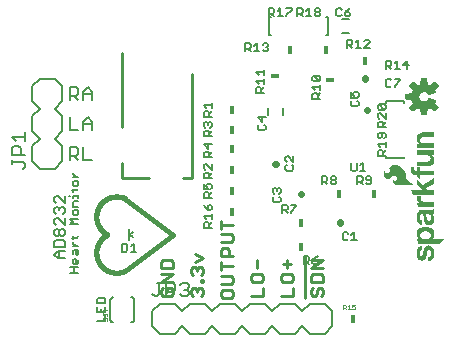
<source format=gbr>
G04 EAGLE Gerber RS-274X export*
G75*
%MOMM*%
%FSLAX34Y34*%
%LPD*%
%INSilkscreen Top*%
%IPPOS*%
%AMOC8*
5,1,8,0,0,1.08239X$1,22.5*%
G01*
%ADD10C,0.254000*%
%ADD11C,0.152400*%
%ADD12C,0.203200*%
%ADD13C,0.127000*%
%ADD14C,0.406400*%
%ADD15R,0.457200X0.762000*%
%ADD16R,0.762000X0.457200*%
%ADD17C,0.558800*%
%ADD18C,0.025400*%

G36*
X333405Y185040D02*
X333405Y185040D01*
X333513Y185054D01*
X333525Y185060D01*
X333539Y185062D01*
X333635Y185114D01*
X333732Y185161D01*
X333742Y185171D01*
X333754Y185177D01*
X333828Y185257D01*
X333905Y185333D01*
X333911Y185345D01*
X333921Y185356D01*
X333966Y185454D01*
X334014Y185551D01*
X334018Y185569D01*
X334022Y185578D01*
X334024Y185599D01*
X334043Y185696D01*
X334486Y190047D01*
X335645Y190418D01*
X335663Y190428D01*
X335760Y190466D01*
X336842Y191023D01*
X340232Y188259D01*
X340326Y188205D01*
X340418Y188148D01*
X340431Y188145D01*
X340443Y188138D01*
X340550Y188117D01*
X340655Y188092D01*
X340669Y188094D01*
X340683Y188091D01*
X340790Y188106D01*
X340898Y188116D01*
X340911Y188122D01*
X340925Y188124D01*
X341022Y188172D01*
X341121Y188217D01*
X341134Y188228D01*
X341143Y188232D01*
X341158Y188248D01*
X341235Y188310D01*
X343820Y190895D01*
X343883Y190984D01*
X343949Y191069D01*
X343954Y191082D01*
X343962Y191094D01*
X343993Y191197D01*
X344029Y191300D01*
X344029Y191314D01*
X344033Y191327D01*
X344029Y191435D01*
X344030Y191544D01*
X344025Y191557D01*
X344025Y191571D01*
X343987Y191673D01*
X343952Y191775D01*
X343943Y191790D01*
X343939Y191799D01*
X343925Y191816D01*
X343871Y191898D01*
X341107Y195288D01*
X341664Y196370D01*
X341681Y196423D01*
X341707Y196472D01*
X341718Y196538D01*
X341739Y196602D01*
X341738Y196658D01*
X341747Y196712D01*
X341736Y196779D01*
X341735Y196846D01*
X341717Y196898D01*
X341708Y196953D01*
X341676Y197013D01*
X341653Y197076D01*
X341619Y197119D01*
X341593Y197169D01*
X341544Y197215D01*
X341502Y197267D01*
X341455Y197298D01*
X341415Y197336D01*
X341310Y197392D01*
X341297Y197400D01*
X341292Y197401D01*
X341285Y197405D01*
X336088Y199558D01*
X335988Y199581D01*
X335890Y199610D01*
X335870Y199609D01*
X335850Y199614D01*
X335748Y199604D01*
X335646Y199599D01*
X335627Y199592D01*
X335607Y199590D01*
X335514Y199548D01*
X335418Y199510D01*
X335403Y199497D01*
X335385Y199489D01*
X335310Y199419D01*
X335232Y199353D01*
X335217Y199332D01*
X335207Y199322D01*
X335195Y199301D01*
X335147Y199232D01*
X334652Y198348D01*
X334025Y197669D01*
X333256Y197155D01*
X332388Y196835D01*
X331471Y196727D01*
X330536Y196840D01*
X329655Y197171D01*
X328878Y197703D01*
X328249Y198404D01*
X327806Y199234D01*
X327572Y200146D01*
X327562Y201088D01*
X327776Y202004D01*
X328201Y202844D01*
X328814Y203558D01*
X329579Y204107D01*
X330453Y204458D01*
X331385Y204591D01*
X332322Y204499D01*
X333210Y204187D01*
X333998Y203672D01*
X334642Y202985D01*
X335148Y202086D01*
X335212Y202007D01*
X335271Y201925D01*
X335288Y201912D01*
X335301Y201896D01*
X335386Y201842D01*
X335469Y201782D01*
X335489Y201776D01*
X335507Y201765D01*
X335605Y201741D01*
X335703Y201711D01*
X335723Y201712D01*
X335744Y201707D01*
X335845Y201716D01*
X335946Y201719D01*
X335973Y201727D01*
X335987Y201728D01*
X336009Y201738D01*
X336088Y201762D01*
X341285Y203915D01*
X341332Y203944D01*
X341384Y203965D01*
X341435Y204008D01*
X341492Y204044D01*
X341527Y204087D01*
X341570Y204123D01*
X341604Y204180D01*
X341647Y204232D01*
X341666Y204284D01*
X341695Y204332D01*
X341709Y204398D01*
X341733Y204461D01*
X341735Y204516D01*
X341746Y204570D01*
X341739Y204637D01*
X341741Y204704D01*
X341725Y204758D01*
X341718Y204813D01*
X341674Y204924D01*
X341670Y204938D01*
X341667Y204942D01*
X341664Y204950D01*
X341107Y206032D01*
X343871Y209422D01*
X343925Y209516D01*
X343982Y209608D01*
X343985Y209621D01*
X343992Y209633D01*
X344013Y209740D01*
X344038Y209845D01*
X344036Y209859D01*
X344039Y209873D01*
X344024Y209980D01*
X344014Y210088D01*
X344008Y210101D01*
X344006Y210115D01*
X343958Y210212D01*
X343913Y210311D01*
X343902Y210324D01*
X343898Y210333D01*
X343882Y210348D01*
X343820Y210425D01*
X341235Y213010D01*
X341146Y213073D01*
X341061Y213139D01*
X341048Y213144D01*
X341036Y213152D01*
X340933Y213183D01*
X340830Y213219D01*
X340816Y213219D01*
X340803Y213223D01*
X340695Y213219D01*
X340586Y213220D01*
X340573Y213215D01*
X340559Y213215D01*
X340457Y213177D01*
X340355Y213142D01*
X340340Y213133D01*
X340331Y213129D01*
X340314Y213115D01*
X340232Y213061D01*
X336842Y210297D01*
X335760Y210854D01*
X335740Y210860D01*
X335645Y210902D01*
X334486Y211273D01*
X334043Y215624D01*
X334015Y215728D01*
X333990Y215834D01*
X333983Y215846D01*
X333980Y215859D01*
X333919Y215949D01*
X333862Y216042D01*
X333851Y216050D01*
X333843Y216062D01*
X333757Y216128D01*
X333673Y216197D01*
X333660Y216201D01*
X333649Y216210D01*
X333546Y216244D01*
X333445Y216283D01*
X333427Y216284D01*
X333418Y216288D01*
X333396Y216288D01*
X333298Y216297D01*
X329642Y216297D01*
X329535Y216280D01*
X329427Y216266D01*
X329415Y216260D01*
X329401Y216258D01*
X329305Y216206D01*
X329208Y216159D01*
X329198Y216149D01*
X329186Y216143D01*
X329112Y216063D01*
X329035Y215987D01*
X329029Y215975D01*
X329019Y215965D01*
X328974Y215866D01*
X328926Y215769D01*
X328922Y215751D01*
X328918Y215742D01*
X328916Y215721D01*
X328897Y215624D01*
X328454Y211273D01*
X327295Y210902D01*
X327277Y210892D01*
X327180Y210854D01*
X326098Y210297D01*
X322708Y213061D01*
X322614Y213115D01*
X322522Y213172D01*
X322509Y213175D01*
X322497Y213182D01*
X322390Y213203D01*
X322285Y213228D01*
X322271Y213226D01*
X322257Y213229D01*
X322150Y213214D01*
X322042Y213204D01*
X322029Y213198D01*
X322016Y213196D01*
X321918Y213148D01*
X321819Y213103D01*
X321806Y213092D01*
X321797Y213088D01*
X321782Y213072D01*
X321705Y213010D01*
X319120Y210425D01*
X319057Y210336D01*
X318991Y210251D01*
X318986Y210238D01*
X318978Y210226D01*
X318947Y210123D01*
X318911Y210020D01*
X318911Y210006D01*
X318907Y209993D01*
X318911Y209885D01*
X318910Y209776D01*
X318915Y209763D01*
X318915Y209749D01*
X318953Y209647D01*
X318988Y209545D01*
X318997Y209530D01*
X319001Y209521D01*
X319015Y209504D01*
X319069Y209422D01*
X321833Y206032D01*
X321276Y204950D01*
X321270Y204930D01*
X321228Y204835D01*
X320857Y203676D01*
X316506Y203233D01*
X316402Y203205D01*
X316296Y203180D01*
X316284Y203173D01*
X316271Y203170D01*
X316181Y203109D01*
X316088Y203052D01*
X316080Y203041D01*
X316068Y203033D01*
X316002Y202947D01*
X315934Y202863D01*
X315929Y202850D01*
X315920Y202839D01*
X315886Y202736D01*
X315847Y202635D01*
X315846Y202617D01*
X315842Y202608D01*
X315843Y202586D01*
X315833Y202488D01*
X315833Y198832D01*
X315850Y198725D01*
X315864Y198617D01*
X315870Y198605D01*
X315872Y198591D01*
X315924Y198495D01*
X315971Y198398D01*
X315981Y198388D01*
X315987Y198376D01*
X316067Y198302D01*
X316143Y198225D01*
X316155Y198219D01*
X316166Y198209D01*
X316264Y198164D01*
X316361Y198116D01*
X316379Y198112D01*
X316388Y198108D01*
X316409Y198106D01*
X316506Y198087D01*
X320857Y197644D01*
X321228Y196485D01*
X321238Y196467D01*
X321276Y196370D01*
X321833Y195288D01*
X319069Y191898D01*
X319015Y191804D01*
X318958Y191712D01*
X318955Y191699D01*
X318948Y191687D01*
X318927Y191580D01*
X318902Y191475D01*
X318904Y191461D01*
X318901Y191447D01*
X318916Y191340D01*
X318926Y191232D01*
X318932Y191219D01*
X318934Y191206D01*
X318982Y191108D01*
X319027Y191009D01*
X319038Y190996D01*
X319042Y190987D01*
X319058Y190972D01*
X319120Y190895D01*
X321705Y188310D01*
X321794Y188247D01*
X321879Y188181D01*
X321892Y188176D01*
X321904Y188168D01*
X322007Y188137D01*
X322110Y188101D01*
X322124Y188101D01*
X322137Y188097D01*
X322245Y188101D01*
X322354Y188100D01*
X322367Y188105D01*
X322381Y188105D01*
X322483Y188143D01*
X322585Y188178D01*
X322600Y188187D01*
X322609Y188191D01*
X322626Y188205D01*
X322708Y188259D01*
X326098Y191023D01*
X327180Y190466D01*
X327200Y190460D01*
X327295Y190418D01*
X328454Y190047D01*
X328897Y185696D01*
X328925Y185592D01*
X328950Y185486D01*
X328957Y185474D01*
X328960Y185461D01*
X329021Y185371D01*
X329078Y185278D01*
X329089Y185270D01*
X329097Y185258D01*
X329183Y185192D01*
X329267Y185124D01*
X329280Y185119D01*
X329291Y185110D01*
X329394Y185076D01*
X329495Y185037D01*
X329513Y185036D01*
X329522Y185032D01*
X329544Y185033D01*
X329642Y185023D01*
X333298Y185023D01*
X333405Y185040D01*
G37*
G36*
X322755Y125749D02*
X322755Y125749D01*
X322755Y125750D01*
X322755Y125850D01*
X322753Y125852D01*
X322753Y125854D01*
X322453Y126054D01*
X322154Y126354D01*
X322153Y126354D01*
X321753Y126654D01*
X321254Y127154D01*
X321253Y127154D01*
X320653Y127654D01*
X320054Y128254D01*
X320053Y128254D01*
X319353Y128754D01*
X318654Y129454D01*
X318054Y130054D01*
X318053Y130054D01*
X317454Y130554D01*
X317054Y131053D01*
X316654Y131553D01*
X316355Y132052D01*
X316255Y132650D01*
X316255Y134550D01*
X316255Y134551D01*
X316055Y135751D01*
X315755Y136851D01*
X315754Y136852D01*
X315755Y136852D01*
X315355Y137852D01*
X315354Y137852D01*
X315354Y137853D01*
X314754Y138853D01*
X314054Y139653D01*
X314054Y139654D01*
X313254Y140454D01*
X313253Y140454D01*
X312353Y141154D01*
X312352Y141154D01*
X310552Y142154D01*
X310551Y142155D01*
X308751Y142655D01*
X308751Y142654D01*
X308750Y142655D01*
X308684Y142659D01*
X308595Y142664D01*
X308594Y142664D01*
X308505Y142669D01*
X308416Y142674D01*
X308326Y142679D01*
X308237Y142683D01*
X308237Y142684D01*
X308148Y142688D01*
X308147Y142688D01*
X308058Y142693D01*
X307969Y142698D01*
X307968Y142698D01*
X307879Y142703D01*
X307790Y142708D01*
X307700Y142713D01*
X307611Y142718D01*
X307522Y142723D01*
X307521Y142723D01*
X307432Y142728D01*
X307343Y142733D01*
X307342Y142733D01*
X307253Y142738D01*
X307164Y142743D01*
X307163Y142743D01*
X307074Y142748D01*
X306985Y142753D01*
X306950Y142755D01*
X306950Y142754D01*
X306949Y142755D01*
X305349Y142455D01*
X305349Y142454D01*
X305348Y142455D01*
X303948Y141955D01*
X303948Y141954D01*
X302748Y141254D01*
X302747Y141254D01*
X301847Y140454D01*
X301847Y140453D01*
X301846Y140452D01*
X301446Y139652D01*
X301446Y139651D01*
X301445Y139651D01*
X301446Y139649D01*
X301447Y139646D01*
X301449Y139646D01*
X301450Y139645D01*
X302249Y139645D01*
X302548Y139545D01*
X302847Y139446D01*
X303046Y139148D01*
X303145Y138849D01*
X303145Y138151D01*
X302746Y137352D01*
X302546Y137053D01*
X302246Y136653D01*
X302046Y136353D01*
X301747Y136054D01*
X301348Y135854D01*
X301347Y135854D01*
X301048Y135655D01*
X300649Y135555D01*
X300648Y135555D01*
X300350Y135455D01*
X300052Y135555D01*
X299852Y135654D01*
X299852Y135655D01*
X299552Y135755D01*
X299254Y135954D01*
X298954Y136353D01*
X298755Y136752D01*
X298655Y137251D01*
X298555Y137651D01*
X298555Y137949D01*
X298655Y138248D01*
X298654Y138249D01*
X298655Y138250D01*
X298655Y138550D01*
X298654Y138551D01*
X298654Y138553D01*
X298652Y138553D01*
X298651Y138555D01*
X298650Y138554D01*
X298649Y138554D01*
X298648Y138553D01*
X298646Y138554D01*
X298546Y138454D01*
X298546Y138453D01*
X298246Y138053D01*
X298246Y138052D01*
X297946Y137452D01*
X297945Y137452D01*
X297645Y136652D01*
X297345Y135752D01*
X297346Y135751D01*
X297345Y135750D01*
X297345Y134750D01*
X297345Y134749D01*
X297545Y133649D01*
X297546Y133648D01*
X298146Y132548D01*
X298146Y132547D01*
X298946Y131647D01*
X298947Y131647D01*
X298947Y131646D01*
X299647Y131146D01*
X299648Y131146D01*
X299648Y131145D01*
X300548Y130845D01*
X300549Y130846D01*
X300550Y130845D01*
X301350Y130845D01*
X301351Y130846D01*
X301351Y130845D01*
X302251Y131045D01*
X302252Y131046D01*
X303152Y131546D01*
X303153Y131546D01*
X303953Y132246D01*
X304853Y133046D01*
X305653Y133746D01*
X306351Y134045D01*
X307049Y134045D01*
X307648Y133846D01*
X308146Y133447D01*
X308545Y132848D01*
X308745Y132049D01*
X308745Y131251D01*
X308645Y130751D01*
X308446Y130252D01*
X308246Y129953D01*
X307947Y129654D01*
X307548Y129455D01*
X307249Y129355D01*
X306951Y129355D01*
X306652Y129455D01*
X306353Y129654D01*
X306154Y129854D01*
X305954Y130053D01*
X305855Y130352D01*
X305854Y130352D01*
X305654Y130752D01*
X305653Y130753D01*
X305654Y130754D01*
X305554Y130854D01*
X305553Y130854D01*
X305551Y130854D01*
X305547Y130854D01*
X305547Y130853D01*
X305546Y130852D01*
X305446Y130652D01*
X305446Y130651D01*
X305445Y130650D01*
X305445Y130451D01*
X305345Y130051D01*
X305346Y130050D01*
X305345Y130050D01*
X305345Y129250D01*
X305345Y129249D01*
X305445Y128649D01*
X305446Y128649D01*
X305445Y128648D01*
X305845Y127648D01*
X305846Y127648D01*
X305846Y127647D01*
X306146Y127247D01*
X306446Y126747D01*
X306447Y126747D01*
X306447Y126746D01*
X306947Y126446D01*
X306948Y126446D01*
X307548Y126146D01*
X307548Y126145D01*
X308148Y125945D01*
X308149Y125946D01*
X308149Y125945D01*
X309949Y125745D01*
X309950Y125745D01*
X322750Y125745D01*
X322755Y125749D01*
G37*
G36*
X344852Y76247D02*
X344852Y76247D01*
X344854Y76247D01*
X345254Y76747D01*
X346154Y77646D01*
X346154Y77647D01*
X347354Y79147D01*
X348254Y80046D01*
X348254Y80048D01*
X348255Y80049D01*
X348254Y80051D01*
X348254Y80053D01*
X348252Y80053D01*
X348250Y80055D01*
X338055Y80055D01*
X338055Y80148D01*
X339053Y80946D01*
X339053Y80947D01*
X339054Y80947D01*
X339654Y81947D01*
X339654Y81948D01*
X339954Y82548D01*
X339954Y82549D01*
X339955Y82549D01*
X339956Y82555D01*
X339957Y82565D01*
X339958Y82565D01*
X339957Y82565D01*
X339959Y82575D01*
X339961Y82584D01*
X339961Y82585D01*
X339962Y82594D01*
X339964Y82604D01*
X339966Y82614D01*
X339967Y82624D01*
X339969Y82634D01*
X339971Y82644D01*
X339972Y82654D01*
X339974Y82664D01*
X339976Y82674D01*
X339977Y82684D01*
X339979Y82694D01*
X339981Y82704D01*
X339982Y82714D01*
X339984Y82724D01*
X339986Y82734D01*
X339987Y82743D01*
X339987Y82744D01*
X339989Y82753D01*
X339991Y82763D01*
X339992Y82773D01*
X339994Y82783D01*
X339996Y82793D01*
X339997Y82803D01*
X339999Y82813D01*
X340001Y82823D01*
X340002Y82833D01*
X340004Y82843D01*
X340006Y82853D01*
X340007Y82863D01*
X340009Y82873D01*
X340010Y82883D01*
X340011Y82883D01*
X340010Y82883D01*
X340012Y82893D01*
X340014Y82902D01*
X340014Y82903D01*
X340015Y82912D01*
X340017Y82922D01*
X340019Y82932D01*
X340020Y82942D01*
X340022Y82952D01*
X340024Y82962D01*
X340025Y82972D01*
X340027Y82982D01*
X340029Y82992D01*
X340030Y83002D01*
X340032Y83012D01*
X340034Y83022D01*
X340035Y83032D01*
X340037Y83042D01*
X340039Y83052D01*
X340040Y83061D01*
X340040Y83062D01*
X340042Y83071D01*
X340044Y83081D01*
X340045Y83091D01*
X340047Y83101D01*
X340049Y83111D01*
X340050Y83121D01*
X340052Y83131D01*
X340054Y83141D01*
X340055Y83149D01*
X340055Y83151D01*
X340057Y83161D01*
X340059Y83171D01*
X340060Y83181D01*
X340062Y83191D01*
X340063Y83201D01*
X340064Y83201D01*
X340063Y83201D01*
X340065Y83211D01*
X340067Y83220D01*
X340067Y83221D01*
X340068Y83230D01*
X340070Y83240D01*
X340072Y83250D01*
X340073Y83260D01*
X340075Y83270D01*
X340077Y83280D01*
X340078Y83290D01*
X340080Y83300D01*
X340082Y83310D01*
X340083Y83320D01*
X340085Y83330D01*
X340087Y83340D01*
X340088Y83350D01*
X340090Y83360D01*
X340092Y83370D01*
X340093Y83379D01*
X340093Y83380D01*
X340095Y83389D01*
X340097Y83399D01*
X340098Y83409D01*
X340100Y83419D01*
X340102Y83429D01*
X340103Y83439D01*
X340105Y83449D01*
X340107Y83459D01*
X340108Y83469D01*
X340110Y83479D01*
X340112Y83489D01*
X340113Y83499D01*
X340115Y83509D01*
X340116Y83519D01*
X340117Y83519D01*
X340116Y83519D01*
X340118Y83529D01*
X340120Y83538D01*
X340120Y83539D01*
X340121Y83548D01*
X340123Y83558D01*
X340125Y83568D01*
X340126Y83578D01*
X340128Y83588D01*
X340130Y83598D01*
X340131Y83608D01*
X340133Y83618D01*
X340135Y83628D01*
X340136Y83638D01*
X340138Y83648D01*
X340140Y83658D01*
X340141Y83668D01*
X340143Y83678D01*
X340145Y83688D01*
X340146Y83697D01*
X340146Y83698D01*
X340148Y83707D01*
X340150Y83717D01*
X340151Y83727D01*
X340153Y83737D01*
X340155Y83747D01*
X340155Y83749D01*
X340156Y83757D01*
X340158Y83767D01*
X340160Y83777D01*
X340161Y83787D01*
X340163Y83797D01*
X340165Y83807D01*
X340166Y83817D01*
X340168Y83827D01*
X340169Y83837D01*
X340170Y83837D01*
X340169Y83837D01*
X340171Y83847D01*
X340173Y83856D01*
X340173Y83857D01*
X340174Y83866D01*
X340176Y83876D01*
X340178Y83886D01*
X340179Y83896D01*
X340181Y83906D01*
X340183Y83916D01*
X340184Y83926D01*
X340186Y83936D01*
X340188Y83946D01*
X340189Y83956D01*
X340191Y83966D01*
X340193Y83976D01*
X340194Y83986D01*
X340196Y83996D01*
X340198Y84006D01*
X340199Y84015D01*
X340199Y84016D01*
X340201Y84025D01*
X340203Y84035D01*
X340204Y84045D01*
X340206Y84055D01*
X340208Y84065D01*
X340209Y84075D01*
X340211Y84085D01*
X340213Y84095D01*
X340214Y84105D01*
X340216Y84115D01*
X340218Y84125D01*
X340219Y84135D01*
X340221Y84145D01*
X340222Y84155D01*
X340223Y84155D01*
X340222Y84155D01*
X340224Y84165D01*
X340226Y84174D01*
X340226Y84175D01*
X340227Y84184D01*
X340229Y84194D01*
X340231Y84204D01*
X340232Y84214D01*
X340234Y84224D01*
X340236Y84234D01*
X340237Y84244D01*
X340239Y84254D01*
X340241Y84264D01*
X340242Y84274D01*
X340244Y84284D01*
X340246Y84294D01*
X340247Y84304D01*
X340249Y84314D01*
X340251Y84324D01*
X340252Y84333D01*
X340252Y84334D01*
X340254Y84343D01*
X340255Y84349D01*
X340254Y84350D01*
X340255Y84351D01*
X340055Y85851D01*
X340054Y85851D01*
X340055Y85852D01*
X339655Y87052D01*
X339654Y87052D01*
X339654Y87053D01*
X338854Y88153D01*
X338854Y88154D01*
X337954Y89054D01*
X337953Y89054D01*
X337952Y89054D01*
X336852Y89654D01*
X336852Y89655D01*
X335652Y90155D01*
X335651Y90154D01*
X335651Y90155D01*
X334351Y90455D01*
X334350Y90455D01*
X334301Y90459D01*
X334300Y90459D01*
X334231Y90464D01*
X334161Y90468D01*
X334092Y90473D01*
X334022Y90478D01*
X333953Y90483D01*
X333883Y90488D01*
X333814Y90493D01*
X333744Y90498D01*
X333675Y90503D01*
X333674Y90503D01*
X333605Y90508D01*
X333535Y90513D01*
X333466Y90518D01*
X333396Y90523D01*
X333327Y90528D01*
X333257Y90533D01*
X333188Y90538D01*
X333187Y90538D01*
X333118Y90543D01*
X333048Y90548D01*
X332979Y90553D01*
X332950Y90555D01*
X332876Y90550D01*
X332802Y90545D01*
X332801Y90545D01*
X332727Y90540D01*
X332652Y90535D01*
X332578Y90530D01*
X332503Y90525D01*
X332429Y90520D01*
X332354Y90515D01*
X332280Y90510D01*
X332205Y90505D01*
X332131Y90500D01*
X332056Y90495D01*
X331982Y90490D01*
X331907Y90485D01*
X331833Y90481D01*
X331758Y90476D01*
X331684Y90471D01*
X331683Y90471D01*
X331609Y90466D01*
X331535Y90461D01*
X331534Y90461D01*
X331460Y90456D01*
X331450Y90455D01*
X331449Y90455D01*
X330049Y90155D01*
X328749Y89755D01*
X328748Y89754D01*
X328747Y89754D01*
X327647Y89054D01*
X326647Y88154D01*
X326647Y88153D01*
X326646Y88153D01*
X325946Y87053D01*
X325946Y87052D01*
X325945Y87052D01*
X325445Y85652D01*
X325445Y85651D01*
X325446Y85651D01*
X325445Y85650D01*
X325345Y84150D01*
X325345Y83450D01*
X325345Y83449D01*
X325545Y82249D01*
X325546Y82248D01*
X325546Y82247D01*
X326146Y81247D01*
X326546Y80747D01*
X326547Y80747D01*
X326546Y80746D01*
X326946Y80346D01*
X326947Y80346D01*
X327436Y79955D01*
X325650Y79955D01*
X325649Y79954D01*
X325645Y79951D01*
X325646Y79950D01*
X325645Y79949D01*
X325845Y78949D01*
X325945Y78549D01*
X326045Y78049D01*
X326145Y77649D01*
X326145Y77150D01*
X326145Y77149D01*
X326245Y76649D01*
X326345Y76249D01*
X326349Y76246D01*
X326350Y76245D01*
X344850Y76245D01*
X344852Y76247D01*
G37*
G36*
X336050Y91646D02*
X336050Y91646D01*
X336051Y91645D01*
X336551Y91745D01*
X337050Y91745D01*
X337051Y91746D01*
X337052Y91746D01*
X337452Y91945D01*
X337951Y92045D01*
X337952Y92046D01*
X337953Y92046D01*
X338253Y92246D01*
X338653Y92546D01*
X338953Y92746D01*
X338953Y92747D01*
X338954Y92746D01*
X339254Y93046D01*
X339254Y93048D01*
X339454Y93448D01*
X339654Y93747D01*
X339654Y93748D01*
X339854Y94148D01*
X339855Y94148D01*
X340055Y94648D01*
X340054Y94649D01*
X340055Y94649D01*
X340155Y95049D01*
X340154Y95050D01*
X340155Y95050D01*
X340155Y95550D01*
X340158Y95565D01*
X340163Y95590D01*
X340168Y95614D01*
X340173Y95639D01*
X340178Y95664D01*
X340183Y95689D01*
X340188Y95714D01*
X340193Y95739D01*
X340198Y95763D01*
X340198Y95764D01*
X340203Y95788D01*
X340208Y95813D01*
X340213Y95838D01*
X340218Y95863D01*
X340223Y95888D01*
X340228Y95913D01*
X340233Y95937D01*
X340238Y95962D01*
X340242Y95987D01*
X340243Y95987D01*
X340247Y96012D01*
X340252Y96037D01*
X340255Y96049D01*
X340255Y96050D01*
X340255Y97150D01*
X340254Y97151D01*
X340255Y97152D01*
X340155Y97451D01*
X340155Y97850D01*
X340154Y97851D01*
X340155Y97852D01*
X340055Y98151D01*
X340055Y98450D01*
X340054Y98451D01*
X340055Y98452D01*
X339655Y99652D01*
X339654Y99652D01*
X339654Y99653D01*
X339455Y99952D01*
X339355Y100252D01*
X339354Y100252D01*
X339354Y100253D01*
X339154Y100553D01*
X339154Y100554D01*
X338954Y100753D01*
X338754Y101053D01*
X338753Y101053D01*
X338753Y101054D01*
X338466Y101245D01*
X339050Y101245D01*
X339052Y101247D01*
X339054Y101246D01*
X339152Y101345D01*
X339450Y101345D01*
X339452Y101347D01*
X339454Y101346D01*
X339552Y101445D01*
X339650Y101445D01*
X339652Y101447D01*
X339654Y101446D01*
X339752Y101545D01*
X339850Y101545D01*
X339855Y101549D01*
X339855Y101550D01*
X339855Y105450D01*
X339851Y105455D01*
X339850Y105455D01*
X339750Y105455D01*
X339748Y105453D01*
X339746Y105454D01*
X339647Y105354D01*
X339449Y105255D01*
X339150Y105255D01*
X339149Y105254D01*
X339148Y105254D01*
X338949Y105155D01*
X338750Y105155D01*
X338749Y105154D01*
X338748Y105154D01*
X338549Y105055D01*
X337650Y105055D01*
X337649Y105054D01*
X337648Y105054D01*
X337449Y104955D01*
X328750Y104955D01*
X328749Y104955D01*
X328249Y104855D01*
X328249Y104854D01*
X328248Y104855D01*
X327748Y104655D01*
X327748Y104654D01*
X327348Y104454D01*
X327347Y104454D01*
X326947Y104154D01*
X326947Y104153D01*
X326946Y104153D01*
X326046Y102953D01*
X326046Y102952D01*
X326045Y102952D01*
X325845Y102452D01*
X325846Y102451D01*
X325845Y102451D01*
X325842Y102433D01*
X325841Y102433D01*
X325837Y102408D01*
X325832Y102383D01*
X325827Y102358D01*
X325822Y102333D01*
X325817Y102309D01*
X325812Y102284D01*
X325807Y102259D01*
X325802Y102234D01*
X325797Y102209D01*
X325792Y102184D01*
X325787Y102160D01*
X325787Y102159D01*
X325782Y102135D01*
X325777Y102110D01*
X325772Y102085D01*
X325767Y102060D01*
X325762Y102035D01*
X325757Y102010D01*
X325752Y101986D01*
X325747Y101961D01*
X325745Y101951D01*
X325545Y101452D01*
X325546Y101451D01*
X325545Y101451D01*
X325543Y101439D01*
X325538Y101414D01*
X325533Y101389D01*
X325528Y101365D01*
X325528Y101364D01*
X325523Y101340D01*
X325518Y101315D01*
X325513Y101290D01*
X325508Y101265D01*
X325503Y101240D01*
X325498Y101215D01*
X325493Y101191D01*
X325488Y101166D01*
X325483Y101141D01*
X325478Y101116D01*
X325473Y101091D01*
X325468Y101066D01*
X325463Y101042D01*
X325458Y101017D01*
X325453Y100992D01*
X325448Y100967D01*
X325445Y100951D01*
X325445Y100950D01*
X325445Y100351D01*
X325444Y100346D01*
X325439Y100321D01*
X325434Y100296D01*
X325429Y100271D01*
X325424Y100247D01*
X325419Y100222D01*
X325414Y100197D01*
X325409Y100172D01*
X325404Y100147D01*
X325399Y100122D01*
X325394Y100098D01*
X325394Y100097D01*
X325389Y100073D01*
X325385Y100048D01*
X325384Y100048D01*
X325380Y100023D01*
X325375Y99998D01*
X325370Y99973D01*
X325365Y99948D01*
X325360Y99924D01*
X325355Y99899D01*
X325350Y99874D01*
X325345Y99851D01*
X325345Y99850D01*
X325345Y97550D01*
X325345Y97549D01*
X325445Y97049D01*
X325545Y96449D01*
X325546Y96449D01*
X325545Y96448D01*
X325745Y95849D01*
X325845Y95349D01*
X325846Y95349D01*
X325845Y95348D01*
X326045Y94848D01*
X326046Y94848D01*
X326046Y94847D01*
X326646Y93847D01*
X326946Y93447D01*
X326947Y93447D01*
X326947Y93446D01*
X327347Y93146D01*
X327847Y92846D01*
X328247Y92546D01*
X328248Y92546D01*
X328248Y92545D01*
X328848Y92345D01*
X328849Y92346D01*
X328849Y92345D01*
X330049Y92145D01*
X330050Y92146D01*
X330055Y92149D01*
X330054Y92149D01*
X330055Y92150D01*
X330055Y96050D01*
X330051Y96055D01*
X330050Y96055D01*
X329551Y96055D01*
X329352Y96154D01*
X329352Y96155D01*
X329052Y96255D01*
X328853Y96354D01*
X328454Y96753D01*
X327955Y97751D01*
X327955Y99549D01*
X328054Y99748D01*
X328054Y99749D01*
X328055Y99750D01*
X328055Y99949D01*
X328354Y100546D01*
X328552Y100646D01*
X328553Y100647D01*
X328554Y100646D01*
X328653Y100746D01*
X329251Y101045D01*
X330348Y101045D01*
X330746Y100747D01*
X331046Y100248D01*
X331245Y99648D01*
X331445Y98949D01*
X331545Y98249D01*
X331645Y97349D01*
X331845Y95549D01*
X332045Y94749D01*
X332046Y94749D01*
X332045Y94748D01*
X332345Y93948D01*
X332346Y93948D01*
X332746Y93248D01*
X332746Y93247D01*
X333346Y92547D01*
X333347Y92547D01*
X333348Y92546D01*
X334048Y92146D01*
X334048Y92145D01*
X334948Y91845D01*
X334949Y91845D01*
X336049Y91645D01*
X336050Y91646D01*
G37*
G36*
X339855Y117749D02*
X339855Y117749D01*
X339855Y117750D01*
X339855Y121650D01*
X339851Y121655D01*
X339850Y121655D01*
X334952Y121655D01*
X333558Y123149D01*
X339853Y127046D01*
X339854Y127049D01*
X339855Y127050D01*
X339855Y131750D01*
X339854Y131751D01*
X339854Y131752D01*
X339853Y131753D01*
X339851Y131755D01*
X339849Y131754D01*
X339847Y131754D01*
X330851Y125856D01*
X325654Y131154D01*
X325652Y131154D01*
X325651Y131155D01*
X325649Y131154D01*
X325647Y131154D01*
X325647Y131152D01*
X325645Y131150D01*
X325645Y126550D01*
X325647Y126548D01*
X325647Y126546D01*
X330738Y121655D01*
X320350Y121655D01*
X320349Y121654D01*
X320348Y121655D01*
X320348Y121653D01*
X320345Y121651D01*
X320346Y121649D01*
X320346Y121648D01*
X322446Y117748D01*
X322449Y117746D01*
X322450Y117745D01*
X339850Y117745D01*
X339855Y117749D01*
G37*
G36*
X339855Y157149D02*
X339855Y157149D01*
X339855Y157150D01*
X339855Y161050D01*
X339851Y161055D01*
X339850Y161055D01*
X331450Y161055D01*
X330551Y161155D01*
X329852Y161455D01*
X329353Y161754D01*
X328854Y162153D01*
X328555Y162652D01*
X328455Y163251D01*
X328355Y164050D01*
X328355Y164051D01*
X328357Y164061D01*
X328359Y164071D01*
X328360Y164081D01*
X328362Y164091D01*
X328363Y164101D01*
X328364Y164101D01*
X328363Y164101D01*
X328365Y164111D01*
X328367Y164120D01*
X328367Y164121D01*
X328368Y164130D01*
X328370Y164140D01*
X328372Y164150D01*
X328373Y164160D01*
X328375Y164170D01*
X328377Y164180D01*
X328378Y164190D01*
X328380Y164200D01*
X328382Y164210D01*
X328383Y164220D01*
X328385Y164230D01*
X328387Y164240D01*
X328388Y164250D01*
X328390Y164260D01*
X328392Y164270D01*
X328393Y164279D01*
X328393Y164280D01*
X328395Y164289D01*
X328397Y164299D01*
X328398Y164309D01*
X328400Y164319D01*
X328402Y164329D01*
X328403Y164339D01*
X328405Y164349D01*
X328407Y164359D01*
X328408Y164369D01*
X328410Y164379D01*
X328412Y164389D01*
X328413Y164399D01*
X328415Y164409D01*
X328416Y164419D01*
X328417Y164419D01*
X328416Y164419D01*
X328418Y164429D01*
X328420Y164438D01*
X328420Y164439D01*
X328421Y164448D01*
X328423Y164458D01*
X328425Y164468D01*
X328426Y164478D01*
X328428Y164488D01*
X328430Y164498D01*
X328431Y164508D01*
X328433Y164518D01*
X328435Y164528D01*
X328436Y164538D01*
X328438Y164548D01*
X328440Y164558D01*
X328441Y164568D01*
X328443Y164578D01*
X328445Y164588D01*
X328446Y164597D01*
X328446Y164598D01*
X328448Y164607D01*
X328450Y164617D01*
X328451Y164627D01*
X328453Y164637D01*
X328455Y164647D01*
X328455Y164649D01*
X328458Y164667D01*
X328459Y164667D01*
X328463Y164692D01*
X328468Y164717D01*
X328473Y164742D01*
X328478Y164766D01*
X328483Y164791D01*
X328488Y164816D01*
X328493Y164841D01*
X328498Y164866D01*
X328503Y164891D01*
X328508Y164915D01*
X328508Y164916D01*
X328513Y164940D01*
X328518Y164965D01*
X328523Y164990D01*
X328528Y165015D01*
X328533Y165040D01*
X328538Y165065D01*
X328543Y165089D01*
X328548Y165114D01*
X328553Y165139D01*
X328555Y165148D01*
X328854Y165647D01*
X329253Y165946D01*
X329752Y166245D01*
X330351Y166345D01*
X331051Y166445D01*
X331850Y166545D01*
X339850Y166545D01*
X339855Y166549D01*
X339855Y166550D01*
X339855Y170450D01*
X339851Y170455D01*
X339850Y170455D01*
X331150Y170455D01*
X331103Y170451D01*
X331102Y170451D01*
X331038Y170446D01*
X330973Y170441D01*
X330909Y170436D01*
X330844Y170431D01*
X330780Y170427D01*
X330715Y170422D01*
X330650Y170417D01*
X330586Y170412D01*
X330521Y170407D01*
X330457Y170402D01*
X330392Y170397D01*
X330327Y170392D01*
X330263Y170387D01*
X330198Y170382D01*
X330134Y170377D01*
X330069Y170372D01*
X330004Y170367D01*
X329940Y170362D01*
X329875Y170357D01*
X329850Y170355D01*
X329849Y170355D01*
X328749Y170155D01*
X327749Y169855D01*
X327748Y169854D01*
X327747Y169854D01*
X326947Y169354D01*
X326946Y169354D01*
X326246Y168654D01*
X326246Y168653D01*
X326246Y168652D01*
X325746Y167752D01*
X325745Y167751D01*
X325445Y166651D01*
X325445Y166650D01*
X325442Y166601D01*
X325437Y166532D01*
X325432Y166462D01*
X325427Y166393D01*
X325427Y166392D01*
X325422Y166323D01*
X325417Y166253D01*
X325412Y166184D01*
X325407Y166114D01*
X325402Y166045D01*
X325397Y165975D01*
X325392Y165906D01*
X325387Y165836D01*
X325382Y165766D01*
X325377Y165697D01*
X325372Y165627D01*
X325367Y165558D01*
X325362Y165488D01*
X325357Y165419D01*
X325352Y165349D01*
X325347Y165280D01*
X325347Y165279D01*
X325345Y165250D01*
X325345Y164650D01*
X325345Y164649D01*
X325445Y164049D01*
X325446Y164049D01*
X325445Y164048D01*
X325845Y162848D01*
X325846Y162848D01*
X325846Y162847D01*
X326246Y162247D01*
X326646Y161747D01*
X326647Y161747D01*
X326646Y161746D01*
X327046Y161346D01*
X327047Y161346D01*
X327645Y160947D01*
X327645Y160855D01*
X325650Y160855D01*
X325645Y160851D01*
X325645Y160850D01*
X325645Y157150D01*
X325649Y157145D01*
X325650Y157145D01*
X339850Y157145D01*
X339855Y157149D01*
G37*
G36*
X335650Y141845D02*
X335650Y141845D01*
X335651Y141845D01*
X336751Y142045D01*
X337751Y142345D01*
X337752Y142346D01*
X338652Y142846D01*
X338653Y142847D01*
X338654Y142847D01*
X339254Y143547D01*
X339254Y143548D01*
X339754Y144448D01*
X339755Y144448D01*
X340155Y145548D01*
X340154Y145549D01*
X340155Y145550D01*
X340158Y145596D01*
X340159Y145611D01*
X340163Y145665D01*
X340164Y145680D01*
X340168Y145735D01*
X340169Y145750D01*
X340173Y145804D01*
X340173Y145805D01*
X340174Y145819D01*
X340178Y145874D01*
X340179Y145889D01*
X340183Y145944D01*
X340184Y145959D01*
X340188Y146013D01*
X340189Y146028D01*
X340193Y146083D01*
X340194Y146098D01*
X340198Y146152D01*
X340199Y146167D01*
X340203Y146222D01*
X340204Y146237D01*
X340208Y146291D01*
X340209Y146306D01*
X340213Y146361D01*
X340214Y146376D01*
X340218Y146431D01*
X340219Y146445D01*
X340223Y146500D01*
X340224Y146515D01*
X340228Y146570D01*
X340229Y146585D01*
X340233Y146639D01*
X340234Y146654D01*
X340238Y146709D01*
X340239Y146724D01*
X340243Y146778D01*
X340244Y146793D01*
X340248Y146848D01*
X340249Y146863D01*
X340253Y146917D01*
X340253Y146918D01*
X340254Y146932D01*
X340255Y146950D01*
X340254Y146950D01*
X340255Y146951D01*
X340155Y147551D01*
X340055Y148251D01*
X340054Y148251D01*
X340055Y148252D01*
X339855Y148852D01*
X339655Y149352D01*
X339654Y149352D01*
X339354Y149952D01*
X339354Y149953D01*
X338954Y150453D01*
X338953Y150453D01*
X338953Y150454D01*
X338453Y150854D01*
X337855Y151253D01*
X337855Y151345D01*
X339850Y151345D01*
X339855Y151349D01*
X339855Y151350D01*
X339855Y155050D01*
X339851Y155055D01*
X339850Y155055D01*
X325650Y155055D01*
X325645Y155051D01*
X325645Y155050D01*
X325645Y151150D01*
X325649Y151145D01*
X325650Y151145D01*
X334150Y151145D01*
X334949Y151045D01*
X335648Y150745D01*
X336247Y150446D01*
X336646Y150047D01*
X336945Y149548D01*
X337045Y148949D01*
X337145Y148150D01*
X337143Y148141D01*
X337142Y148131D01*
X337140Y148121D01*
X337139Y148111D01*
X337138Y148111D01*
X337139Y148111D01*
X337137Y148101D01*
X337135Y148091D01*
X337134Y148081D01*
X337132Y148072D01*
X337132Y148071D01*
X337130Y148062D01*
X337129Y148052D01*
X337127Y148042D01*
X337125Y148032D01*
X337124Y148022D01*
X337122Y148012D01*
X337120Y148002D01*
X337119Y147992D01*
X337117Y147982D01*
X337115Y147972D01*
X337114Y147962D01*
X337112Y147952D01*
X337110Y147942D01*
X337109Y147932D01*
X337107Y147922D01*
X337105Y147913D01*
X337105Y147912D01*
X337104Y147903D01*
X337102Y147893D01*
X337100Y147883D01*
X337099Y147873D01*
X337097Y147863D01*
X337095Y147853D01*
X337094Y147843D01*
X337092Y147833D01*
X337090Y147823D01*
X337089Y147813D01*
X337087Y147803D01*
X337086Y147793D01*
X337085Y147793D01*
X337086Y147793D01*
X337084Y147783D01*
X337082Y147773D01*
X337081Y147763D01*
X337079Y147754D01*
X337079Y147753D01*
X337077Y147744D01*
X337076Y147734D01*
X337074Y147724D01*
X337072Y147714D01*
X337071Y147704D01*
X337069Y147694D01*
X337067Y147684D01*
X337066Y147674D01*
X337064Y147664D01*
X337062Y147654D01*
X337061Y147644D01*
X337059Y147634D01*
X337057Y147624D01*
X337056Y147614D01*
X337054Y147604D01*
X337052Y147595D01*
X337052Y147594D01*
X337051Y147585D01*
X337049Y147575D01*
X337047Y147565D01*
X337046Y147555D01*
X337045Y147551D01*
X337043Y147540D01*
X337038Y147515D01*
X337033Y147490D01*
X337028Y147465D01*
X337023Y147440D01*
X337018Y147416D01*
X337013Y147391D01*
X337008Y147366D01*
X337003Y147341D01*
X336998Y147316D01*
X336993Y147291D01*
X336988Y147267D01*
X336983Y147242D01*
X336978Y147217D01*
X336973Y147192D01*
X336968Y147167D01*
X336963Y147142D01*
X336958Y147118D01*
X336958Y147117D01*
X336953Y147093D01*
X336949Y147068D01*
X336948Y147068D01*
X336945Y147052D01*
X336646Y146553D01*
X336247Y146254D01*
X335848Y145955D01*
X335249Y145855D01*
X333650Y145655D01*
X325650Y145655D01*
X325645Y145651D01*
X325645Y145650D01*
X325645Y141850D01*
X325649Y141845D01*
X325650Y141845D01*
X335650Y141845D01*
X335650Y141845D01*
G37*
G36*
X336551Y61745D02*
X336551Y61745D01*
X336551Y61746D01*
X336552Y61745D01*
X337552Y62145D01*
X337552Y62146D01*
X337553Y62146D01*
X338453Y62846D01*
X338453Y62847D01*
X338454Y62847D01*
X339154Y63647D01*
X339154Y63648D01*
X339654Y64648D01*
X339655Y64649D01*
X339955Y65749D01*
X339956Y65758D01*
X339958Y65768D01*
X339960Y65778D01*
X339961Y65788D01*
X339963Y65798D01*
X339965Y65808D01*
X339966Y65817D01*
X339966Y65818D01*
X339968Y65827D01*
X339970Y65837D01*
X339971Y65847D01*
X339973Y65857D01*
X339975Y65867D01*
X339976Y65877D01*
X339978Y65887D01*
X339980Y65897D01*
X339981Y65907D01*
X339983Y65917D01*
X339985Y65927D01*
X339986Y65937D01*
X339988Y65947D01*
X339989Y65957D01*
X339990Y65957D01*
X339989Y65957D01*
X339991Y65967D01*
X339993Y65976D01*
X339993Y65977D01*
X339994Y65986D01*
X339996Y65996D01*
X339998Y66006D01*
X339999Y66016D01*
X340001Y66026D01*
X340003Y66036D01*
X340004Y66046D01*
X340006Y66056D01*
X340008Y66066D01*
X340009Y66076D01*
X340011Y66086D01*
X340013Y66096D01*
X340014Y66106D01*
X340016Y66116D01*
X340018Y66126D01*
X340019Y66135D01*
X340019Y66136D01*
X340021Y66145D01*
X340023Y66155D01*
X340024Y66165D01*
X340026Y66175D01*
X340028Y66185D01*
X340029Y66195D01*
X340031Y66205D01*
X340033Y66215D01*
X340034Y66225D01*
X340036Y66235D01*
X340038Y66245D01*
X340039Y66255D01*
X340041Y66265D01*
X340042Y66275D01*
X340043Y66275D01*
X340042Y66275D01*
X340044Y66285D01*
X340046Y66294D01*
X340046Y66295D01*
X340047Y66304D01*
X340049Y66314D01*
X340051Y66324D01*
X340052Y66334D01*
X340054Y66344D01*
X340056Y66354D01*
X340057Y66364D01*
X340059Y66374D01*
X340061Y66384D01*
X340062Y66394D01*
X340064Y66404D01*
X340066Y66414D01*
X340067Y66424D01*
X340069Y66434D01*
X340071Y66444D01*
X340072Y66453D01*
X340072Y66454D01*
X340074Y66463D01*
X340076Y66473D01*
X340077Y66483D01*
X340079Y66493D01*
X340081Y66503D01*
X340082Y66513D01*
X340084Y66523D01*
X340086Y66533D01*
X340087Y66543D01*
X340089Y66553D01*
X340091Y66563D01*
X340092Y66573D01*
X340094Y66583D01*
X340095Y66593D01*
X340096Y66593D01*
X340095Y66593D01*
X340097Y66603D01*
X340099Y66612D01*
X340099Y66613D01*
X340100Y66622D01*
X340102Y66632D01*
X340104Y66642D01*
X340105Y66652D01*
X340107Y66662D01*
X340109Y66672D01*
X340110Y66682D01*
X340112Y66692D01*
X340114Y66702D01*
X340115Y66712D01*
X340117Y66722D01*
X340119Y66732D01*
X340120Y66742D01*
X340122Y66752D01*
X340124Y66762D01*
X340125Y66771D01*
X340125Y66772D01*
X340127Y66781D01*
X340129Y66791D01*
X340130Y66801D01*
X340132Y66811D01*
X340134Y66821D01*
X340135Y66831D01*
X340137Y66841D01*
X340139Y66851D01*
X340140Y66861D01*
X340142Y66871D01*
X340144Y66881D01*
X340145Y66891D01*
X340147Y66901D01*
X340148Y66911D01*
X340149Y66911D01*
X340148Y66911D01*
X340150Y66921D01*
X340152Y66930D01*
X340152Y66931D01*
X340153Y66940D01*
X340155Y66949D01*
X340155Y66950D01*
X340255Y68150D01*
X340155Y69350D01*
X340155Y69351D01*
X339955Y70551D01*
X339655Y71651D01*
X339654Y71652D01*
X339154Y72652D01*
X339154Y72653D01*
X338454Y73453D01*
X338453Y73453D01*
X338453Y73454D01*
X337653Y74054D01*
X337652Y74054D01*
X337652Y74055D01*
X336552Y74455D01*
X336551Y74454D01*
X336551Y74455D01*
X335251Y74655D01*
X335250Y74654D01*
X335249Y74655D01*
X334349Y74555D01*
X334349Y74554D01*
X334348Y74555D01*
X333648Y74255D01*
X333648Y74254D01*
X333647Y74254D01*
X333047Y73854D01*
X333047Y73853D01*
X333046Y73853D01*
X332546Y73253D01*
X332546Y73252D01*
X331746Y71852D01*
X331745Y71851D01*
X331545Y70951D01*
X330945Y68551D01*
X330945Y68547D01*
X330941Y68517D01*
X330940Y68512D01*
X330940Y68507D01*
X330936Y68477D01*
X330935Y68472D01*
X330935Y68467D01*
X330931Y68437D01*
X330930Y68432D01*
X330930Y68427D01*
X330926Y68398D01*
X330925Y68393D01*
X330925Y68388D01*
X330921Y68358D01*
X330920Y68353D01*
X330920Y68348D01*
X330916Y68318D01*
X330915Y68313D01*
X330915Y68308D01*
X330911Y68278D01*
X330910Y68273D01*
X330910Y68268D01*
X330906Y68239D01*
X330905Y68234D01*
X330905Y68229D01*
X330901Y68199D01*
X330900Y68194D01*
X330900Y68189D01*
X330896Y68159D01*
X330896Y68154D01*
X330895Y68154D01*
X330896Y68154D01*
X330895Y68149D01*
X330891Y68119D01*
X330891Y68114D01*
X330890Y68109D01*
X330886Y68080D01*
X330886Y68075D01*
X330885Y68070D01*
X330881Y68040D01*
X330881Y68035D01*
X330880Y68030D01*
X330876Y68000D01*
X330876Y67995D01*
X330875Y67990D01*
X330871Y67960D01*
X330871Y67955D01*
X330870Y67950D01*
X330866Y67921D01*
X330866Y67916D01*
X330865Y67911D01*
X330861Y67881D01*
X330861Y67876D01*
X330860Y67871D01*
X330856Y67841D01*
X330856Y67836D01*
X330855Y67831D01*
X330851Y67801D01*
X330851Y67796D01*
X330850Y67791D01*
X330846Y67762D01*
X330846Y67757D01*
X330845Y67752D01*
X330845Y67751D01*
X330645Y67152D01*
X330346Y66553D01*
X330046Y66154D01*
X329648Y65855D01*
X329249Y65755D01*
X328852Y65755D01*
X328553Y65954D01*
X328254Y66153D01*
X328155Y66451D01*
X328055Y66851D01*
X328055Y66852D01*
X327955Y67151D01*
X327955Y68849D01*
X328154Y69348D01*
X328354Y69748D01*
X328554Y70046D01*
X328852Y70246D01*
X329351Y70445D01*
X329851Y70545D01*
X329854Y70549D01*
X329855Y70550D01*
X329855Y74250D01*
X329854Y74251D01*
X329851Y74255D01*
X329850Y74254D01*
X329849Y74255D01*
X328649Y74055D01*
X328649Y74054D01*
X328648Y74054D01*
X327648Y73554D01*
X327647Y73554D01*
X326847Y72954D01*
X326847Y72953D01*
X326846Y72953D01*
X326246Y72153D01*
X326246Y72152D01*
X326245Y72152D01*
X325845Y71252D01*
X325846Y71252D01*
X325845Y71251D01*
X325545Y70251D01*
X325345Y69151D01*
X325345Y69150D01*
X325345Y66850D01*
X325345Y66849D01*
X325545Y65749D01*
X325745Y64749D01*
X325746Y64749D01*
X325746Y64748D01*
X326246Y63748D01*
X326246Y63747D01*
X326846Y63047D01*
X326847Y63047D01*
X326847Y63046D01*
X327647Y62346D01*
X327648Y62346D01*
X327648Y62345D01*
X328648Y61945D01*
X328649Y61946D01*
X328650Y61945D01*
X329850Y61845D01*
X329851Y61845D01*
X330751Y61945D01*
X330751Y61946D01*
X330752Y61945D01*
X331452Y62245D01*
X331452Y62246D01*
X331453Y62246D01*
X332053Y62646D01*
X332053Y62647D01*
X332054Y62647D01*
X332454Y63247D01*
X332454Y63248D01*
X332854Y63948D01*
X332855Y63948D01*
X333155Y64648D01*
X333455Y65448D01*
X333455Y65449D01*
X333655Y66349D01*
X333657Y66359D01*
X333662Y66384D01*
X333667Y66409D01*
X333672Y66434D01*
X333677Y66458D01*
X333677Y66459D01*
X333682Y66483D01*
X333687Y66508D01*
X333692Y66533D01*
X333697Y66558D01*
X333702Y66583D01*
X333707Y66608D01*
X333712Y66632D01*
X333717Y66657D01*
X333721Y66682D01*
X333722Y66682D01*
X333726Y66707D01*
X333731Y66732D01*
X333736Y66757D01*
X333741Y66781D01*
X333746Y66806D01*
X333751Y66831D01*
X333756Y66856D01*
X333761Y66881D01*
X333766Y66906D01*
X333771Y66930D01*
X333771Y66931D01*
X333776Y66955D01*
X333781Y66980D01*
X333786Y67005D01*
X333791Y67030D01*
X333796Y67055D01*
X333801Y67080D01*
X333806Y67104D01*
X333811Y67129D01*
X333816Y67154D01*
X333821Y67179D01*
X333826Y67204D01*
X333831Y67229D01*
X333836Y67253D01*
X333836Y67254D01*
X333841Y67278D01*
X333846Y67303D01*
X333851Y67328D01*
X333855Y67349D01*
X334255Y68949D01*
X334455Y69548D01*
X334754Y70047D01*
X335053Y70446D01*
X335452Y70645D01*
X335850Y70745D01*
X336249Y70645D01*
X336647Y70546D01*
X336946Y70247D01*
X337246Y69847D01*
X337445Y69448D01*
X337545Y69049D01*
X337545Y68650D01*
X337546Y68649D01*
X337545Y68649D01*
X337645Y68250D01*
X337545Y67651D01*
X337542Y67637D01*
X337537Y67613D01*
X337537Y67612D01*
X337532Y67588D01*
X337528Y67563D01*
X337527Y67563D01*
X337523Y67538D01*
X337518Y67513D01*
X337513Y67488D01*
X337508Y67463D01*
X337503Y67439D01*
X337498Y67414D01*
X337493Y67389D01*
X337488Y67364D01*
X337483Y67339D01*
X337478Y67314D01*
X337473Y67290D01*
X337473Y67289D01*
X337468Y67265D01*
X337463Y67240D01*
X337458Y67215D01*
X337453Y67190D01*
X337448Y67165D01*
X337445Y67151D01*
X337445Y67150D01*
X337443Y67140D01*
X337442Y67131D01*
X337442Y67130D01*
X337440Y67121D01*
X337438Y67111D01*
X337437Y67101D01*
X337435Y67091D01*
X337433Y67081D01*
X337432Y67071D01*
X337430Y67061D01*
X337428Y67051D01*
X337427Y67041D01*
X337425Y67031D01*
X337424Y67021D01*
X337423Y67021D01*
X337424Y67021D01*
X337422Y67011D01*
X337420Y67001D01*
X337419Y66991D01*
X337417Y66981D01*
X337415Y66972D01*
X337415Y66971D01*
X337414Y66962D01*
X337412Y66952D01*
X337410Y66942D01*
X337409Y66932D01*
X337407Y66922D01*
X337405Y66912D01*
X337404Y66902D01*
X337402Y66892D01*
X337400Y66882D01*
X337399Y66872D01*
X337397Y66862D01*
X337395Y66852D01*
X337394Y66842D01*
X337392Y66832D01*
X337390Y66822D01*
X337389Y66813D01*
X337389Y66812D01*
X337387Y66803D01*
X337385Y66793D01*
X337384Y66783D01*
X337382Y66773D01*
X337380Y66763D01*
X337379Y66753D01*
X337377Y66743D01*
X337375Y66733D01*
X337374Y66723D01*
X337372Y66713D01*
X337371Y66703D01*
X337370Y66703D01*
X337371Y66703D01*
X337369Y66693D01*
X337367Y66683D01*
X337366Y66673D01*
X337364Y66663D01*
X337362Y66654D01*
X337362Y66653D01*
X337361Y66644D01*
X337359Y66634D01*
X337357Y66624D01*
X337356Y66614D01*
X337354Y66604D01*
X337352Y66594D01*
X337351Y66584D01*
X337349Y66574D01*
X337347Y66564D01*
X337346Y66554D01*
X337345Y66552D01*
X337046Y66153D01*
X336746Y65754D01*
X336347Y65454D01*
X335849Y65255D01*
X335250Y65255D01*
X335245Y65251D01*
X335245Y65250D01*
X335245Y61550D01*
X335249Y61545D01*
X335250Y61546D01*
X335251Y61545D01*
X336551Y61745D01*
G37*
G36*
X328251Y130246D02*
X328251Y130246D01*
X328252Y130246D01*
X328253Y130248D01*
X328255Y130250D01*
X328255Y134145D01*
X339850Y134145D01*
X339855Y134149D01*
X339855Y134150D01*
X339855Y137950D01*
X339851Y137955D01*
X339850Y137955D01*
X328255Y137955D01*
X328255Y140650D01*
X328251Y140655D01*
X328250Y140655D01*
X325650Y140655D01*
X325645Y140651D01*
X325645Y140650D01*
X325645Y137955D01*
X324851Y137955D01*
X324451Y138055D01*
X324450Y138054D01*
X324450Y138055D01*
X324051Y138055D01*
X323852Y138154D01*
X323554Y138353D01*
X323355Y138752D01*
X323255Y139151D01*
X323255Y140850D01*
X323251Y140855D01*
X323250Y140855D01*
X320450Y140855D01*
X320447Y140853D01*
X320446Y140852D01*
X320346Y140652D01*
X320346Y140651D01*
X320345Y140650D01*
X320345Y137750D01*
X320346Y137749D01*
X320345Y137749D01*
X320645Y136749D01*
X320646Y136748D01*
X321046Y135948D01*
X321046Y135947D01*
X321546Y135247D01*
X321547Y135247D01*
X321547Y135246D01*
X322147Y134746D01*
X322148Y134746D01*
X322148Y134745D01*
X322848Y134445D01*
X323648Y134145D01*
X323649Y134146D01*
X323649Y134145D01*
X323650Y134145D01*
X325645Y134145D01*
X325645Y132950D01*
X325647Y132948D01*
X325647Y132946D01*
X326046Y132646D01*
X326346Y132247D01*
X326347Y132247D01*
X326346Y132246D01*
X327946Y130647D01*
X328246Y130247D01*
X328248Y130247D01*
X328249Y130245D01*
X328251Y130246D01*
G37*
G36*
X339855Y107149D02*
X339855Y107149D01*
X339855Y107150D01*
X339855Y111050D01*
X339851Y111055D01*
X339850Y111055D01*
X332551Y111055D01*
X331651Y111255D01*
X330952Y111455D01*
X330253Y111854D01*
X329654Y112353D01*
X329255Y113052D01*
X329055Y113851D01*
X328955Y114850D01*
X328955Y115949D01*
X329054Y116148D01*
X329054Y116149D01*
X329055Y116150D01*
X329055Y116250D01*
X329051Y116255D01*
X329050Y116255D01*
X325450Y116255D01*
X325445Y116251D01*
X325445Y116250D01*
X325445Y116152D01*
X325346Y116054D01*
X325346Y116051D01*
X325345Y116050D01*
X325345Y114650D01*
X325346Y114649D01*
X325345Y114649D01*
X325545Y113949D01*
X325545Y113948D01*
X325745Y113348D01*
X325746Y113348D01*
X326146Y112648D01*
X326146Y112647D01*
X326546Y112147D01*
X326547Y112147D01*
X326547Y112146D01*
X327147Y111646D01*
X327647Y111246D01*
X327648Y111246D01*
X328331Y110855D01*
X325650Y110855D01*
X325649Y110855D01*
X325649Y110854D01*
X325645Y110851D01*
X325646Y110850D01*
X325645Y110849D01*
X325745Y110449D01*
X325845Y109949D01*
X325945Y109449D01*
X326045Y109049D01*
X326145Y108550D01*
X326145Y108050D01*
X326146Y108049D01*
X326145Y108049D01*
X326245Y107649D01*
X326345Y107149D01*
X326349Y107146D01*
X326350Y107145D01*
X339850Y107145D01*
X339855Y107149D01*
G37*
%LPC*%
G36*
X331950Y79955D02*
X331950Y79955D01*
X331151Y80055D01*
X330352Y80355D01*
X329653Y80654D01*
X329054Y81153D01*
X328654Y81653D01*
X328355Y82451D01*
X328255Y83250D01*
X328355Y84149D01*
X328654Y84848D01*
X329054Y85447D01*
X329653Y85946D01*
X330352Y86245D01*
X331151Y86545D01*
X331950Y86645D01*
X333650Y86645D01*
X334449Y86545D01*
X335248Y86245D01*
X335947Y85946D01*
X336447Y85546D01*
X336945Y84948D01*
X337145Y84149D01*
X337245Y83350D01*
X337145Y82451D01*
X336946Y81752D01*
X336446Y81153D01*
X335947Y80654D01*
X335248Y80355D01*
X334449Y80155D01*
X333649Y79955D01*
X331950Y79955D01*
G37*
%LPD*%
%LPC*%
G36*
X335551Y95555D02*
X335551Y95555D01*
X335352Y95654D01*
X335351Y95654D01*
X335350Y95655D01*
X335151Y95655D01*
X334554Y95954D01*
X334454Y96152D01*
X334453Y96153D01*
X334454Y96154D01*
X334354Y96253D01*
X334154Y96652D01*
X334153Y96653D01*
X334154Y96654D01*
X334054Y96753D01*
X333955Y96952D01*
X333855Y97251D01*
X333855Y97450D01*
X333854Y97451D01*
X333854Y97452D01*
X333755Y97651D01*
X333755Y98050D01*
X333754Y98051D01*
X333755Y98052D01*
X333655Y98351D01*
X333655Y98750D01*
X333654Y98751D01*
X333655Y98752D01*
X333555Y99051D01*
X333555Y99250D01*
X333554Y99251D01*
X333554Y99252D01*
X333455Y99451D01*
X333455Y99850D01*
X333454Y99851D01*
X333454Y99852D01*
X333355Y100051D01*
X333355Y100250D01*
X333354Y100251D01*
X333354Y100252D01*
X333155Y100651D01*
X333155Y100850D01*
X333153Y100852D01*
X333154Y100854D01*
X332962Y101045D01*
X335249Y101045D01*
X335548Y100945D01*
X335748Y100846D01*
X335748Y100845D01*
X336048Y100745D01*
X336347Y100646D01*
X336546Y100446D01*
X336547Y100446D01*
X336847Y100246D01*
X337046Y100047D01*
X337245Y99748D01*
X337345Y99349D01*
X337346Y99348D01*
X337545Y98949D01*
X337545Y98450D01*
X337545Y98449D01*
X337645Y97950D01*
X337645Y97451D01*
X337546Y97252D01*
X337546Y97251D01*
X337545Y97250D01*
X337545Y97051D01*
X337446Y96852D01*
X337446Y96851D01*
X337445Y96850D01*
X337445Y96651D01*
X337246Y96253D01*
X337146Y96154D01*
X337146Y96152D01*
X337046Y95954D01*
X336848Y95854D01*
X336847Y95853D01*
X336846Y95854D01*
X336747Y95754D01*
X336549Y95655D01*
X336350Y95655D01*
X336349Y95655D01*
X336349Y95654D01*
X336348Y95655D01*
X336049Y95555D01*
X335551Y95555D01*
G37*
%LPD*%
D10*
X110906Y38529D02*
X109211Y36834D01*
X109211Y33445D01*
X110906Y31750D01*
X117685Y31750D01*
X119380Y33445D01*
X119380Y36834D01*
X117685Y38529D01*
X114296Y38529D01*
X114296Y35140D01*
X119380Y43444D02*
X109211Y43444D01*
X119380Y50223D01*
X109211Y50223D01*
X109211Y55138D02*
X119380Y55138D01*
X119380Y60222D01*
X117685Y61917D01*
X110906Y61917D01*
X109211Y60222D01*
X109211Y55138D01*
X134611Y33445D02*
X136306Y31750D01*
X134611Y33445D02*
X134611Y36834D01*
X136306Y38529D01*
X138001Y38529D01*
X139696Y36834D01*
X139696Y35140D01*
X139696Y36834D02*
X141390Y38529D01*
X143085Y38529D01*
X144780Y36834D01*
X144780Y33445D01*
X143085Y31750D01*
X143085Y43444D02*
X144780Y43444D01*
X143085Y43444D02*
X143085Y45139D01*
X144780Y45139D01*
X144780Y43444D01*
X136306Y49291D02*
X134611Y50986D01*
X134611Y54375D01*
X136306Y56070D01*
X138001Y56070D01*
X139696Y54375D01*
X139696Y52681D01*
X139696Y54375D02*
X141390Y56070D01*
X143085Y56070D01*
X144780Y54375D01*
X144780Y50986D01*
X143085Y49291D01*
X138001Y60985D02*
X144780Y64374D01*
X138001Y67764D01*
X231140Y65562D02*
X231140Y30480D01*
X236211Y36834D02*
X237906Y38529D01*
X236211Y36834D02*
X236211Y33445D01*
X237906Y31750D01*
X239601Y31750D01*
X241296Y33445D01*
X241296Y36834D01*
X242990Y38529D01*
X244685Y38529D01*
X246380Y36834D01*
X246380Y33445D01*
X244685Y31750D01*
X246380Y43444D02*
X236211Y43444D01*
X246380Y43444D02*
X246380Y48528D01*
X244685Y50223D01*
X237906Y50223D01*
X236211Y48528D01*
X236211Y43444D01*
X236211Y55138D02*
X246380Y55138D01*
X246380Y61917D02*
X236211Y55138D01*
X236211Y61917D02*
X246380Y61917D01*
X195580Y31750D02*
X185411Y31750D01*
X195580Y31750D02*
X195580Y38529D01*
X185411Y45139D02*
X185411Y48528D01*
X185411Y45139D02*
X187106Y43444D01*
X193885Y43444D01*
X195580Y45139D01*
X195580Y48528D01*
X193885Y50223D01*
X187106Y50223D01*
X185411Y48528D01*
X190496Y55138D02*
X190496Y61917D01*
X210811Y31750D02*
X220980Y31750D01*
X220980Y38529D01*
X210811Y45139D02*
X210811Y48528D01*
X210811Y45139D02*
X212506Y43444D01*
X219285Y43444D01*
X220980Y45139D01*
X220980Y48528D01*
X219285Y50223D01*
X212506Y50223D01*
X210811Y48528D01*
X215896Y55138D02*
X215896Y61917D01*
X219285Y58528D02*
X212506Y58528D01*
D11*
X27178Y64011D02*
X21416Y64011D01*
X18535Y66892D01*
X21416Y69773D01*
X27178Y69773D01*
X22856Y69773D02*
X22856Y64011D01*
X18535Y73366D02*
X27178Y73366D01*
X27178Y77688D01*
X25737Y79128D01*
X19975Y79128D01*
X18535Y77688D01*
X18535Y73366D01*
X19975Y82721D02*
X18535Y84162D01*
X18535Y87043D01*
X19975Y88483D01*
X21416Y88483D01*
X22856Y87043D01*
X24297Y88483D01*
X25737Y88483D01*
X27178Y87043D01*
X27178Y84162D01*
X25737Y82721D01*
X24297Y82721D01*
X22856Y84162D01*
X21416Y82721D01*
X19975Y82721D01*
X22856Y84162D02*
X22856Y87043D01*
X27178Y92076D02*
X27178Y97839D01*
X21416Y97839D02*
X27178Y92076D01*
X21416Y97839D02*
X19975Y97839D01*
X18535Y96398D01*
X18535Y93517D01*
X19975Y92076D01*
X19975Y101432D02*
X18535Y102872D01*
X18535Y105753D01*
X19975Y107194D01*
X21416Y107194D01*
X22856Y105753D01*
X22856Y104313D01*
X22856Y105753D02*
X24297Y107194D01*
X25737Y107194D01*
X27178Y105753D01*
X27178Y102872D01*
X25737Y101432D01*
X27178Y110787D02*
X27178Y116549D01*
X27178Y110787D02*
X21416Y116549D01*
X19975Y116549D01*
X18535Y115108D01*
X18535Y112227D01*
X19975Y110787D01*
D10*
X160011Y35564D02*
X160011Y32175D01*
X161706Y30480D01*
X168485Y30480D01*
X170180Y32175D01*
X170180Y35564D01*
X168485Y37259D01*
X161706Y37259D01*
X160011Y35564D01*
X160011Y42174D02*
X168485Y42174D01*
X170180Y43869D01*
X170180Y47258D01*
X168485Y48953D01*
X160011Y48953D01*
X160011Y57258D02*
X170180Y57258D01*
X160011Y60647D02*
X160011Y53868D01*
X160011Y65562D02*
X170180Y65562D01*
X160011Y65562D02*
X160011Y70646D01*
X161706Y72341D01*
X165096Y72341D01*
X166790Y70646D01*
X166790Y65562D01*
X168485Y77256D02*
X160011Y77256D01*
X168485Y77256D02*
X170180Y78951D01*
X170180Y82340D01*
X168485Y84035D01*
X160011Y84035D01*
X160011Y92339D02*
X170180Y92339D01*
X160011Y88950D02*
X160011Y95729D01*
D12*
X31496Y172466D02*
X31496Y183143D01*
X31496Y172466D02*
X38614Y172466D01*
X43190Y172466D02*
X43190Y179584D01*
X46749Y183143D01*
X50308Y179584D01*
X50308Y172466D01*
X50308Y177805D02*
X43190Y177805D01*
X31496Y197866D02*
X31496Y208543D01*
X36835Y208543D01*
X38614Y206764D01*
X38614Y203205D01*
X36835Y201425D01*
X31496Y201425D01*
X35055Y201425D02*
X38614Y197866D01*
X43190Y197866D02*
X43190Y204984D01*
X46749Y208543D01*
X50308Y204984D01*
X50308Y197866D01*
X50308Y203205D02*
X43190Y203205D01*
X31496Y157743D02*
X31496Y147066D01*
X31496Y157743D02*
X36835Y157743D01*
X38614Y155964D01*
X38614Y152405D01*
X36835Y150625D01*
X31496Y150625D01*
X35055Y150625D02*
X38614Y147066D01*
X43190Y147066D02*
X43190Y157743D01*
X43190Y147066D02*
X50308Y147066D01*
D13*
X38989Y51435D02*
X32125Y51435D01*
X35557Y51435D02*
X35557Y56011D01*
X32125Y56011D02*
X38989Y56011D01*
X38989Y60063D02*
X38989Y62351D01*
X38989Y60063D02*
X37845Y58919D01*
X35557Y58919D01*
X34413Y60063D01*
X34413Y62351D01*
X35557Y63495D01*
X36701Y63495D01*
X36701Y58919D01*
X34413Y67547D02*
X34413Y69835D01*
X35557Y70979D01*
X38989Y70979D01*
X38989Y67547D01*
X37845Y66403D01*
X36701Y67547D01*
X36701Y70979D01*
X38989Y73887D02*
X34413Y73887D01*
X36701Y73887D02*
X34413Y76175D01*
X34413Y77319D01*
X33269Y81268D02*
X37845Y81268D01*
X38989Y82412D01*
X34413Y82412D02*
X34413Y80124D01*
X32125Y92598D02*
X38989Y92598D01*
X34413Y94886D02*
X32125Y92598D01*
X34413Y94886D02*
X32125Y97174D01*
X38989Y97174D01*
X38989Y101226D02*
X38989Y103514D01*
X37845Y104658D01*
X35557Y104658D01*
X34413Y103514D01*
X34413Y101226D01*
X35557Y100082D01*
X37845Y100082D01*
X38989Y101226D01*
X38989Y107566D02*
X34413Y107566D01*
X34413Y110998D01*
X35557Y112142D01*
X38989Y112142D01*
X34413Y115050D02*
X34413Y116194D01*
X38989Y116194D01*
X38989Y115050D02*
X38989Y117338D01*
X32125Y116194D02*
X30981Y116194D01*
X33269Y121184D02*
X37845Y121184D01*
X38989Y122328D01*
X34413Y122328D02*
X34413Y120040D01*
X38989Y126173D02*
X38989Y128461D01*
X37845Y129605D01*
X35557Y129605D01*
X34413Y128461D01*
X34413Y126173D01*
X35557Y125029D01*
X37845Y125029D01*
X38989Y126173D01*
X38989Y132513D02*
X34413Y132513D01*
X36701Y132513D02*
X34413Y134801D01*
X34413Y135945D01*
D14*
X78740Y53340D02*
X119380Y83820D01*
X78740Y114300D01*
X63500Y83820D02*
X63131Y83630D01*
X62767Y83431D01*
X62408Y83223D01*
X62054Y83007D01*
X61705Y82782D01*
X61362Y82548D01*
X61025Y82306D01*
X60694Y82057D01*
X60369Y81799D01*
X60050Y81533D01*
X59738Y81260D01*
X59432Y80979D01*
X59134Y80690D01*
X58843Y80395D01*
X58558Y80092D01*
X58282Y79783D01*
X58013Y79467D01*
X57752Y79145D01*
X57498Y78816D01*
X57253Y78481D01*
X57016Y78141D01*
X56787Y77794D01*
X56567Y77443D01*
X56356Y77086D01*
X56153Y76724D01*
X55959Y76357D01*
X55774Y75985D01*
X55599Y75609D01*
X55432Y75229D01*
X55275Y74845D01*
X55127Y74458D01*
X54988Y74067D01*
X54860Y73672D01*
X54740Y73275D01*
X54631Y72874D01*
X54531Y72472D01*
X54442Y72066D01*
X54362Y71659D01*
X54292Y71250D01*
X54232Y70840D01*
X54181Y70428D01*
X54142Y70015D01*
X54112Y69601D01*
X54092Y69186D01*
X54082Y68772D01*
X54082Y68357D01*
X54093Y67942D01*
X54114Y67527D01*
X54144Y67114D01*
X54185Y66701D01*
X54236Y66289D01*
X54297Y65878D01*
X54367Y65469D01*
X54448Y65062D01*
X54539Y64658D01*
X54639Y64255D01*
X54749Y63855D01*
X54869Y63458D01*
X54999Y63063D01*
X55138Y62672D01*
X55286Y62285D01*
X55444Y61901D01*
X55612Y61522D01*
X55788Y61146D01*
X55974Y60775D01*
X56168Y60408D01*
X56372Y60047D01*
X56584Y59690D01*
X56805Y59339D01*
X57034Y58993D01*
X57272Y58653D01*
X57517Y58319D01*
X57771Y57990D01*
X58033Y57668D01*
X58303Y57353D01*
X58580Y57044D01*
X58865Y56742D01*
X59156Y56447D01*
X59455Y56160D01*
X59761Y55879D01*
X60074Y55606D01*
X60393Y55341D01*
X60719Y55084D01*
X61051Y54835D01*
X61388Y54594D01*
X61732Y54361D01*
X62081Y54136D01*
X62435Y53921D01*
X62795Y53713D01*
X63159Y53515D01*
X63528Y53326D01*
X63902Y53145D01*
X64280Y52974D01*
X64662Y52812D01*
X65048Y52660D01*
X65437Y52516D01*
X65830Y52383D01*
X66226Y52259D01*
X66625Y52145D01*
X67027Y52040D01*
X67431Y51945D01*
X67837Y51860D01*
X68245Y51785D01*
X68655Y51720D01*
X69066Y51665D01*
X69479Y51620D01*
X69892Y51585D01*
X70306Y51560D01*
X70721Y51546D01*
X71136Y51541D01*
X71551Y51546D01*
X71965Y51562D01*
X72380Y51588D01*
X72793Y51623D01*
X73205Y51669D01*
X73617Y51725D01*
X74026Y51791D01*
X74434Y51866D01*
X74840Y51952D01*
X75244Y52048D01*
X75645Y52153D01*
X76044Y52268D01*
X76440Y52393D01*
X76832Y52527D01*
X77222Y52671D01*
X77607Y52824D01*
X77989Y52987D01*
X78367Y53159D01*
X78740Y53340D01*
X63500Y83820D02*
X63131Y84010D01*
X62767Y84209D01*
X62408Y84417D01*
X62054Y84633D01*
X61705Y84858D01*
X61362Y85092D01*
X61025Y85334D01*
X60694Y85583D01*
X60369Y85841D01*
X60050Y86107D01*
X59738Y86380D01*
X59432Y86661D01*
X59134Y86950D01*
X58843Y87245D01*
X58558Y87548D01*
X58282Y87857D01*
X58013Y88173D01*
X57752Y88495D01*
X57498Y88824D01*
X57253Y89159D01*
X57016Y89499D01*
X56787Y89846D01*
X56567Y90197D01*
X56356Y90554D01*
X56153Y90916D01*
X55959Y91283D01*
X55774Y91655D01*
X55599Y92031D01*
X55432Y92411D01*
X55275Y92795D01*
X55127Y93182D01*
X54988Y93573D01*
X54860Y93968D01*
X54740Y94365D01*
X54631Y94766D01*
X54531Y95168D01*
X54442Y95574D01*
X54362Y95981D01*
X54292Y96390D01*
X54232Y96800D01*
X54181Y97212D01*
X54142Y97625D01*
X54112Y98039D01*
X54092Y98454D01*
X54082Y98868D01*
X54082Y99283D01*
X54093Y99698D01*
X54114Y100113D01*
X54144Y100526D01*
X54185Y100939D01*
X54236Y101351D01*
X54297Y101762D01*
X54367Y102171D01*
X54448Y102578D01*
X54539Y102982D01*
X54639Y103385D01*
X54749Y103785D01*
X54869Y104182D01*
X54999Y104577D01*
X55138Y104968D01*
X55286Y105355D01*
X55444Y105739D01*
X55612Y106118D01*
X55788Y106494D01*
X55974Y106865D01*
X56168Y107232D01*
X56372Y107593D01*
X56584Y107950D01*
X56805Y108301D01*
X57034Y108647D01*
X57272Y108987D01*
X57517Y109321D01*
X57771Y109650D01*
X58033Y109972D01*
X58303Y110287D01*
X58580Y110596D01*
X58865Y110898D01*
X59156Y111193D01*
X59455Y111480D01*
X59761Y111761D01*
X60074Y112034D01*
X60393Y112299D01*
X60719Y112556D01*
X61051Y112805D01*
X61388Y113046D01*
X61732Y113279D01*
X62081Y113504D01*
X62435Y113719D01*
X62795Y113927D01*
X63159Y114125D01*
X63528Y114314D01*
X63902Y114495D01*
X64280Y114666D01*
X64662Y114828D01*
X65048Y114980D01*
X65437Y115124D01*
X65830Y115257D01*
X66226Y115381D01*
X66625Y115495D01*
X67027Y115600D01*
X67431Y115695D01*
X67837Y115780D01*
X68245Y115855D01*
X68655Y115920D01*
X69066Y115975D01*
X69479Y116020D01*
X69892Y116055D01*
X70306Y116080D01*
X70721Y116094D01*
X71136Y116099D01*
X71551Y116094D01*
X71965Y116078D01*
X72380Y116052D01*
X72793Y116017D01*
X73205Y115971D01*
X73617Y115915D01*
X74026Y115849D01*
X74434Y115774D01*
X74840Y115688D01*
X75244Y115592D01*
X75645Y115487D01*
X76044Y115372D01*
X76440Y115247D01*
X76832Y115113D01*
X77222Y114969D01*
X77607Y114816D01*
X77989Y114653D01*
X78367Y114481D01*
X78740Y114300D01*
D13*
X61849Y10795D02*
X54985Y10795D01*
X61849Y10795D02*
X61849Y15371D01*
X54985Y18279D02*
X54985Y22855D01*
X54985Y18279D02*
X61849Y18279D01*
X61849Y22855D01*
X58417Y20567D02*
X58417Y18279D01*
X54985Y25763D02*
X61849Y25763D01*
X61849Y29195D01*
X60705Y30339D01*
X56129Y30339D01*
X54985Y29195D01*
X54985Y25763D01*
D12*
X200660Y267970D02*
X201930Y267970D01*
X200660Y267970D02*
X200660Y252730D01*
X201930Y252730D01*
X248920Y267970D02*
X250190Y267970D01*
X250190Y252730D01*
X248920Y252730D01*
X299720Y196850D02*
X299720Y195580D01*
X299720Y196850D02*
X314960Y196850D01*
X314960Y195580D01*
X314960Y149860D02*
X314960Y148590D01*
X299720Y148590D01*
X299720Y149860D01*
D13*
X269875Y144659D02*
X269875Y138939D01*
X271019Y137795D01*
X273307Y137795D01*
X274451Y138939D01*
X274451Y144659D01*
X277359Y142371D02*
X279647Y144659D01*
X279647Y137795D01*
X277359Y137795D02*
X281935Y137795D01*
D15*
X168910Y172720D03*
D13*
X151765Y167005D02*
X144901Y167005D01*
X144901Y170437D01*
X146045Y171581D01*
X148333Y171581D01*
X149477Y170437D01*
X149477Y167005D01*
X149477Y169293D02*
X151765Y171581D01*
X146045Y174489D02*
X144901Y175633D01*
X144901Y177921D01*
X146045Y179065D01*
X147189Y179065D01*
X148333Y177921D01*
X148333Y176777D01*
X148333Y177921D02*
X149477Y179065D01*
X150621Y179065D01*
X151765Y177921D01*
X151765Y175633D01*
X150621Y174489D01*
D15*
X168910Y156210D03*
D13*
X151765Y149225D02*
X144901Y149225D01*
X144901Y152657D01*
X146045Y153801D01*
X148333Y153801D01*
X149477Y152657D01*
X149477Y149225D01*
X149477Y151513D02*
X151765Y153801D01*
X151765Y160141D02*
X144901Y160141D01*
X148333Y156709D01*
X148333Y161285D01*
D15*
X227330Y93980D03*
D13*
X211455Y102235D02*
X211455Y109099D01*
X214887Y109099D01*
X216031Y107955D01*
X216031Y105667D01*
X214887Y104523D01*
X211455Y104523D01*
X213743Y104523D02*
X216031Y102235D01*
X218939Y109099D02*
X223515Y109099D01*
X223515Y107955D01*
X218939Y103379D01*
X218939Y102235D01*
D16*
X205740Y218440D03*
D13*
X196215Y203835D02*
X189351Y203835D01*
X189351Y207267D01*
X190495Y208411D01*
X192783Y208411D01*
X193927Y207267D01*
X193927Y203835D01*
X193927Y206123D02*
X196215Y208411D01*
X191639Y211319D02*
X189351Y213607D01*
X196215Y213607D01*
X196215Y211319D02*
X196215Y215895D01*
X191639Y218803D02*
X189351Y221091D01*
X196215Y221091D01*
X196215Y218803D02*
X196215Y223379D01*
D16*
X252095Y214630D03*
D13*
X243840Y198755D02*
X236976Y198755D01*
X236976Y202187D01*
X238120Y203331D01*
X240408Y203331D01*
X241552Y202187D01*
X241552Y198755D01*
X241552Y201043D02*
X243840Y203331D01*
X239264Y206239D02*
X236976Y208527D01*
X243840Y208527D01*
X243840Y206239D02*
X243840Y210815D01*
X242696Y213723D02*
X238120Y213723D01*
X236976Y214867D01*
X236976Y217155D01*
X238120Y218299D01*
X242696Y218299D01*
X243840Y217155D01*
X243840Y214867D01*
X242696Y213723D01*
X238120Y218299D01*
D15*
X289560Y118110D03*
D13*
X274955Y126365D02*
X274955Y133229D01*
X278387Y133229D01*
X279531Y132085D01*
X279531Y129797D01*
X278387Y128653D01*
X274955Y128653D01*
X277243Y128653D02*
X279531Y126365D01*
X282439Y127509D02*
X283583Y126365D01*
X285871Y126365D01*
X287015Y127509D01*
X287015Y132085D01*
X285871Y133229D01*
X283583Y133229D01*
X282439Y132085D01*
X282439Y130941D01*
X283583Y129797D01*
X287015Y129797D01*
D15*
X259715Y118110D03*
D13*
X245110Y126365D02*
X245110Y133229D01*
X248542Y133229D01*
X249686Y132085D01*
X249686Y129797D01*
X248542Y128653D01*
X245110Y128653D01*
X247398Y128653D02*
X249686Y126365D01*
X252594Y132085D02*
X253738Y133229D01*
X256026Y133229D01*
X257170Y132085D01*
X257170Y130941D01*
X256026Y129797D01*
X257170Y128653D01*
X257170Y127509D01*
X256026Y126365D01*
X253738Y126365D01*
X252594Y127509D01*
X252594Y128653D01*
X253738Y129797D01*
X252594Y130941D01*
X252594Y132085D01*
X253738Y129797D02*
X256026Y129797D01*
D17*
X206045Y143510D02*
X205435Y143510D01*
D13*
X213989Y141499D02*
X215133Y142643D01*
X213989Y141499D02*
X213989Y139211D01*
X215133Y138067D01*
X219709Y138067D01*
X220853Y139211D01*
X220853Y141499D01*
X219709Y142643D01*
X220853Y145551D02*
X220853Y150127D01*
X220853Y145551D02*
X216277Y150127D01*
X215133Y150127D01*
X213989Y148983D01*
X213989Y146695D01*
X215133Y145551D01*
D17*
X281940Y215595D02*
X281940Y216205D01*
D13*
X302517Y215779D02*
X303661Y214635D01*
X302517Y215779D02*
X300229Y215779D01*
X299085Y214635D01*
X299085Y210059D01*
X300229Y208915D01*
X302517Y208915D01*
X303661Y210059D01*
X306569Y215779D02*
X311145Y215779D01*
X311145Y214635D01*
X306569Y210059D01*
X306569Y208915D01*
D17*
X283515Y189230D02*
X282905Y189230D01*
D13*
X270505Y196981D02*
X269361Y195837D01*
X269361Y193549D01*
X270505Y192405D01*
X275081Y192405D01*
X276225Y193549D01*
X276225Y195837D01*
X275081Y196981D01*
X269361Y199889D02*
X269361Y204465D01*
X269361Y199889D02*
X272793Y199889D01*
X271649Y202177D01*
X271649Y203321D01*
X272793Y204465D01*
X275081Y204465D01*
X276225Y203321D01*
X276225Y201033D01*
X275081Y199889D01*
D11*
X268430Y266350D02*
X262430Y266350D01*
X262430Y254350D02*
X268430Y254350D01*
D13*
X261751Y274325D02*
X260607Y275469D01*
X258319Y275469D01*
X257175Y274325D01*
X257175Y269749D01*
X258319Y268605D01*
X260607Y268605D01*
X261751Y269749D01*
X266947Y274325D02*
X269235Y275469D01*
X266947Y274325D02*
X264659Y272037D01*
X264659Y269749D01*
X265803Y268605D01*
X268091Y268605D01*
X269235Y269749D01*
X269235Y270893D01*
X268091Y272037D01*
X264659Y272037D01*
D11*
X199740Y190960D02*
X199740Y184960D01*
X211740Y184960D02*
X211740Y190960D01*
D13*
X191765Y176661D02*
X190621Y175517D01*
X190621Y173229D01*
X191765Y172085D01*
X196341Y172085D01*
X197485Y173229D01*
X197485Y175517D01*
X196341Y176661D01*
X197485Y183001D02*
X190621Y183001D01*
X194053Y179569D01*
X194053Y184145D01*
D17*
X260350Y94285D02*
X260350Y93675D01*
D13*
X265959Y85731D02*
X267103Y84587D01*
X265959Y85731D02*
X263671Y85731D01*
X262527Y84587D01*
X262527Y80011D01*
X263671Y78867D01*
X265959Y78867D01*
X267103Y80011D01*
X270011Y83443D02*
X272299Y85731D01*
X272299Y78867D01*
X270011Y78867D02*
X274587Y78867D01*
D17*
X227330Y117805D02*
X227330Y118415D01*
D13*
X204465Y115701D02*
X203321Y114557D01*
X203321Y112269D01*
X204465Y111125D01*
X209041Y111125D01*
X210185Y112269D01*
X210185Y114557D01*
X209041Y115701D01*
X204465Y118609D02*
X203321Y119753D01*
X203321Y122041D01*
X204465Y123185D01*
X205609Y123185D01*
X206753Y122041D01*
X206753Y120897D01*
X206753Y122041D02*
X207897Y123185D01*
X209041Y123185D01*
X210185Y122041D01*
X210185Y119753D01*
X209041Y118609D01*
D15*
X168910Y138430D03*
D13*
X151765Y131445D02*
X144901Y131445D01*
X144901Y134877D01*
X146045Y136021D01*
X148333Y136021D01*
X149477Y134877D01*
X149477Y131445D01*
X149477Y133733D02*
X151765Y136021D01*
X151765Y138929D02*
X151765Y143505D01*
X151765Y138929D02*
X147189Y143505D01*
X146045Y143505D01*
X144901Y142361D01*
X144901Y140073D01*
X146045Y138929D01*
D15*
X168910Y189230D03*
D13*
X151765Y183515D02*
X144901Y183515D01*
X144901Y186947D01*
X146045Y188091D01*
X148333Y188091D01*
X149477Y186947D01*
X149477Y183515D01*
X149477Y185803D02*
X151765Y188091D01*
X147189Y190999D02*
X144901Y193287D01*
X151765Y193287D01*
X151765Y190999D02*
X151765Y195575D01*
D15*
X248920Y240030D03*
D13*
X266065Y241935D02*
X266065Y248799D01*
X269497Y248799D01*
X270641Y247655D01*
X270641Y245367D01*
X269497Y244223D01*
X266065Y244223D01*
X268353Y244223D02*
X270641Y241935D01*
X273549Y246511D02*
X275837Y248799D01*
X275837Y241935D01*
X273549Y241935D02*
X278125Y241935D01*
X281033Y241935D02*
X285609Y241935D01*
X281033Y241935D02*
X285609Y246511D01*
X285609Y247655D01*
X284465Y248799D01*
X282177Y248799D01*
X281033Y247655D01*
D15*
X218440Y240030D03*
D13*
X180113Y238887D02*
X180113Y245751D01*
X183544Y245751D01*
X184688Y244607D01*
X184688Y242319D01*
X183544Y241175D01*
X180113Y241175D01*
X182400Y241175D02*
X184688Y238887D01*
X187597Y243463D02*
X189885Y245751D01*
X189885Y238887D01*
X187597Y238887D02*
X192173Y238887D01*
X195081Y244607D02*
X196225Y245751D01*
X198513Y245751D01*
X199657Y244607D01*
X199657Y243463D01*
X198513Y242319D01*
X197369Y242319D01*
X198513Y242319D02*
X199657Y241175D01*
X199657Y240031D01*
X198513Y238887D01*
X196225Y238887D01*
X195081Y240031D01*
D15*
X281940Y231140D03*
D13*
X299085Y231019D02*
X299085Y224155D01*
X299085Y231019D02*
X302517Y231019D01*
X303661Y229875D01*
X303661Y227587D01*
X302517Y226443D01*
X299085Y226443D01*
X301373Y226443D02*
X303661Y224155D01*
X306569Y228731D02*
X308857Y231019D01*
X308857Y224155D01*
X306569Y224155D02*
X311145Y224155D01*
X317485Y224155D02*
X317485Y231019D01*
X314053Y227587D01*
X318629Y227587D01*
D15*
X227330Y73660D03*
D13*
X229507Y65411D02*
X229507Y58547D01*
X229507Y65411D02*
X232939Y65411D01*
X234083Y64267D01*
X234083Y61979D01*
X232939Y60835D01*
X229507Y60835D01*
X231795Y60835D02*
X234083Y58547D01*
X239279Y64267D02*
X241567Y65411D01*
X239279Y64267D02*
X236991Y61979D01*
X236991Y59691D01*
X238135Y58547D01*
X240423Y58547D01*
X241567Y59691D01*
X241567Y60835D01*
X240423Y61979D01*
X236991Y61979D01*
D15*
X168910Y120650D03*
D13*
X151765Y114935D02*
X144901Y114935D01*
X144901Y118367D01*
X146045Y119511D01*
X148333Y119511D01*
X149477Y118367D01*
X149477Y114935D01*
X149477Y117223D02*
X151765Y119511D01*
X144901Y122419D02*
X144901Y126995D01*
X144901Y122419D02*
X148333Y122419D01*
X147189Y124707D01*
X147189Y125851D01*
X148333Y126995D01*
X150621Y126995D01*
X151765Y125851D01*
X151765Y123563D01*
X150621Y122419D01*
D10*
X75410Y174860D02*
X75410Y237860D01*
X75410Y131860D02*
X99060Y131860D01*
X75410Y131860D02*
X75410Y144860D01*
X127508Y131860D02*
X135410Y131860D01*
X135410Y219860D01*
D12*
X234950Y25400D02*
X228600Y19050D01*
X234950Y25400D02*
X247650Y25400D01*
X254000Y19050D01*
X254000Y6350D02*
X247650Y0D01*
X234950Y0D01*
X228600Y6350D01*
X196850Y25400D02*
X184150Y25400D01*
X196850Y25400D02*
X203200Y19050D01*
X203200Y6350D02*
X196850Y0D01*
X203200Y19050D02*
X209550Y25400D01*
X222250Y25400D01*
X228600Y19050D01*
X228600Y6350D02*
X222250Y0D01*
X209550Y0D01*
X203200Y6350D01*
X158750Y25400D02*
X152400Y19050D01*
X158750Y25400D02*
X171450Y25400D01*
X177800Y19050D01*
X177800Y6350D02*
X171450Y0D01*
X158750Y0D01*
X152400Y6350D01*
X177800Y19050D02*
X184150Y25400D01*
X177800Y6350D02*
X184150Y0D01*
X196850Y0D01*
X120650Y25400D02*
X107950Y25400D01*
X120650Y25400D02*
X127000Y19050D01*
X127000Y6350D02*
X120650Y0D01*
X127000Y19050D02*
X133350Y25400D01*
X146050Y25400D01*
X152400Y19050D01*
X152400Y6350D02*
X146050Y0D01*
X133350Y0D01*
X127000Y6350D01*
X101600Y6350D02*
X101600Y19050D01*
X107950Y25400D01*
X101600Y6350D02*
X107950Y0D01*
X120650Y0D01*
X254000Y6350D02*
X254000Y19050D01*
D13*
X103380Y31623D02*
X101473Y33530D01*
X103380Y31623D02*
X105286Y31623D01*
X107193Y33530D01*
X107193Y43063D01*
X105286Y43063D02*
X109100Y43063D01*
X113167Y43063D02*
X113167Y31623D01*
X113167Y43063D02*
X118887Y43063D01*
X120793Y41156D01*
X120793Y37343D01*
X118887Y35436D01*
X113167Y35436D01*
X124861Y41156D02*
X126768Y43063D01*
X130581Y43063D01*
X132487Y41156D01*
X132487Y39250D01*
X130581Y37343D01*
X128674Y37343D01*
X130581Y37343D02*
X132487Y35436D01*
X132487Y33530D01*
X130581Y31623D01*
X126768Y31623D01*
X124861Y33530D01*
D15*
X271780Y12700D03*
D18*
X263017Y20447D02*
X263017Y24260D01*
X264924Y24260D01*
X265559Y23625D01*
X265559Y22354D01*
X264924Y21718D01*
X263017Y21718D01*
X264288Y21718D02*
X265559Y20447D01*
X266759Y22989D02*
X268030Y24260D01*
X268030Y20447D01*
X266759Y20447D02*
X269301Y20447D01*
X270501Y24260D02*
X273043Y24260D01*
X270501Y24260D02*
X270501Y22354D01*
X271772Y22989D01*
X272408Y22989D01*
X273043Y22354D01*
X273043Y21083D01*
X272408Y20447D01*
X271137Y20447D01*
X270501Y21083D01*
D12*
X6350Y190500D02*
X0Y196850D01*
X0Y209550D01*
X6350Y215900D01*
X19050Y215900D02*
X25400Y209550D01*
X25400Y196850D01*
X19050Y190500D01*
X0Y158750D02*
X0Y146050D01*
X0Y158750D02*
X6350Y165100D01*
X19050Y165100D02*
X25400Y158750D01*
X6350Y165100D02*
X0Y171450D01*
X0Y184150D01*
X6350Y190500D01*
X19050Y190500D02*
X25400Y184150D01*
X25400Y171450D01*
X19050Y165100D01*
X19050Y139700D02*
X6350Y139700D01*
X0Y146050D01*
X19050Y139700D02*
X25400Y146050D01*
X25400Y158750D01*
X19050Y215900D02*
X6350Y215900D01*
D13*
X-6223Y141480D02*
X-8130Y139573D01*
X-6223Y141480D02*
X-6223Y143386D01*
X-8130Y145293D01*
X-17663Y145293D01*
X-17663Y143386D02*
X-17663Y147200D01*
X-17663Y151267D02*
X-6223Y151267D01*
X-17663Y151267D02*
X-17663Y156987D01*
X-15756Y158893D01*
X-11943Y158893D01*
X-10036Y156987D01*
X-10036Y151267D01*
X-13850Y162961D02*
X-17663Y166774D01*
X-6223Y166774D01*
X-6223Y162961D02*
X-6223Y170587D01*
D15*
X168910Y102870D03*
D13*
X151765Y89535D02*
X144901Y89535D01*
X144901Y92967D01*
X146045Y94111D01*
X148333Y94111D01*
X149477Y92967D01*
X149477Y89535D01*
X149477Y91823D02*
X151765Y94111D01*
X147189Y97019D02*
X144901Y99307D01*
X151765Y99307D01*
X151765Y97019D02*
X151765Y101595D01*
X146045Y106791D02*
X144901Y109079D01*
X146045Y106791D02*
X148333Y104503D01*
X150621Y104503D01*
X151765Y105647D01*
X151765Y107935D01*
X150621Y109079D01*
X149477Y109079D01*
X148333Y107935D01*
X148333Y104503D01*
D12*
X82120Y88420D02*
X82120Y83820D01*
X82120Y79220D01*
X82120Y83820D02*
X85220Y86158D01*
X82274Y83566D02*
X85220Y81636D01*
D13*
X75837Y76206D02*
X75837Y69342D01*
X79269Y69342D01*
X80413Y70486D01*
X80413Y75062D01*
X79269Y76206D01*
X75837Y76206D01*
X83321Y73918D02*
X85609Y76206D01*
X85609Y69342D01*
X83321Y69342D02*
X87897Y69342D01*
D12*
X86360Y28575D02*
X86360Y12065D01*
X68580Y31115D02*
X68480Y31113D01*
X68381Y31107D01*
X68281Y31097D01*
X68183Y31084D01*
X68084Y31066D01*
X67987Y31045D01*
X67891Y31020D01*
X67795Y30991D01*
X67701Y30958D01*
X67608Y30922D01*
X67517Y30882D01*
X67427Y30838D01*
X67339Y30791D01*
X67253Y30741D01*
X67169Y30687D01*
X67087Y30630D01*
X67008Y30570D01*
X66930Y30506D01*
X66856Y30440D01*
X66784Y30371D01*
X66715Y30299D01*
X66649Y30225D01*
X66585Y30147D01*
X66525Y30068D01*
X66468Y29986D01*
X66414Y29902D01*
X66364Y29816D01*
X66317Y29728D01*
X66273Y29638D01*
X66233Y29547D01*
X66197Y29454D01*
X66164Y29360D01*
X66135Y29264D01*
X66110Y29168D01*
X66089Y29071D01*
X66071Y28972D01*
X66058Y28874D01*
X66048Y28774D01*
X66042Y28675D01*
X66040Y28575D01*
X66040Y12065D02*
X66042Y11965D01*
X66048Y11866D01*
X66058Y11766D01*
X66071Y11668D01*
X66089Y11569D01*
X66110Y11472D01*
X66135Y11376D01*
X66164Y11280D01*
X66197Y11186D01*
X66233Y11093D01*
X66273Y11002D01*
X66317Y10912D01*
X66364Y10824D01*
X66414Y10738D01*
X66468Y10654D01*
X66525Y10572D01*
X66585Y10493D01*
X66649Y10415D01*
X66715Y10341D01*
X66784Y10269D01*
X66856Y10200D01*
X66930Y10134D01*
X67008Y10070D01*
X67087Y10010D01*
X67169Y9953D01*
X67253Y9899D01*
X67339Y9849D01*
X67427Y9802D01*
X67517Y9758D01*
X67608Y9718D01*
X67701Y9682D01*
X67795Y9649D01*
X67891Y9620D01*
X67987Y9595D01*
X68084Y9574D01*
X68183Y9556D01*
X68281Y9543D01*
X68381Y9533D01*
X68480Y9527D01*
X68580Y9525D01*
X83820Y9525D02*
X83920Y9527D01*
X84019Y9533D01*
X84119Y9543D01*
X84217Y9556D01*
X84316Y9574D01*
X84413Y9595D01*
X84509Y9620D01*
X84605Y9649D01*
X84699Y9682D01*
X84792Y9718D01*
X84883Y9758D01*
X84973Y9802D01*
X85061Y9849D01*
X85147Y9899D01*
X85231Y9953D01*
X85313Y10010D01*
X85392Y10070D01*
X85470Y10134D01*
X85544Y10200D01*
X85616Y10269D01*
X85685Y10341D01*
X85751Y10415D01*
X85815Y10493D01*
X85875Y10572D01*
X85932Y10654D01*
X85986Y10738D01*
X86036Y10824D01*
X86083Y10912D01*
X86127Y11002D01*
X86167Y11093D01*
X86203Y11186D01*
X86236Y11280D01*
X86265Y11376D01*
X86290Y11472D01*
X86311Y11569D01*
X86329Y11668D01*
X86342Y11766D01*
X86352Y11866D01*
X86358Y11965D01*
X86360Y12065D01*
X86360Y28575D02*
X86358Y28675D01*
X86352Y28774D01*
X86342Y28874D01*
X86329Y28972D01*
X86311Y29071D01*
X86290Y29168D01*
X86265Y29264D01*
X86236Y29360D01*
X86203Y29454D01*
X86167Y29547D01*
X86127Y29638D01*
X86083Y29728D01*
X86036Y29816D01*
X85986Y29902D01*
X85932Y29986D01*
X85875Y30068D01*
X85815Y30147D01*
X85751Y30225D01*
X85685Y30299D01*
X85616Y30371D01*
X85544Y30440D01*
X85470Y30506D01*
X85392Y30570D01*
X85313Y30630D01*
X85231Y30687D01*
X85147Y30741D01*
X85061Y30791D01*
X84973Y30838D01*
X84883Y30882D01*
X84792Y30922D01*
X84699Y30958D01*
X84605Y30991D01*
X84509Y31020D01*
X84413Y31045D01*
X84316Y31066D01*
X84217Y31084D01*
X84119Y31097D01*
X84019Y31107D01*
X83920Y31113D01*
X83820Y31115D01*
X66040Y28575D02*
X66040Y12065D01*
D18*
X60195Y13464D02*
X59560Y12829D01*
X59560Y11558D01*
X60195Y10922D01*
X60831Y10922D01*
X61466Y11558D01*
X61466Y12829D01*
X62102Y13464D01*
X62737Y13464D01*
X63373Y12829D01*
X63373Y11558D01*
X62737Y10922D01*
X62737Y14664D02*
X63373Y15300D01*
X63373Y15935D01*
X62737Y16571D01*
X59560Y16571D01*
X59560Y17206D02*
X59560Y15935D01*
X59560Y20313D02*
X63373Y20313D01*
X61466Y18406D02*
X59560Y20313D01*
X61466Y20948D02*
X61466Y18406D01*
D13*
X200025Y268605D02*
X200025Y275469D01*
X203457Y275469D01*
X204601Y274325D01*
X204601Y272037D01*
X203457Y270893D01*
X200025Y270893D01*
X202313Y270893D02*
X204601Y268605D01*
X207509Y273181D02*
X209797Y275469D01*
X209797Y268605D01*
X207509Y268605D02*
X212085Y268605D01*
X214993Y275469D02*
X219569Y275469D01*
X219569Y274325D01*
X214993Y269749D01*
X214993Y268605D01*
X224155Y268605D02*
X224155Y275469D01*
X227587Y275469D01*
X228731Y274325D01*
X228731Y272037D01*
X227587Y270893D01*
X224155Y270893D01*
X226443Y270893D02*
X228731Y268605D01*
X231639Y273181D02*
X233927Y275469D01*
X233927Y268605D01*
X231639Y268605D02*
X236215Y268605D01*
X239123Y274325D02*
X240267Y275469D01*
X242555Y275469D01*
X243699Y274325D01*
X243699Y273181D01*
X242555Y272037D01*
X243699Y270893D01*
X243699Y269749D01*
X242555Y268605D01*
X240267Y268605D01*
X239123Y269749D01*
X239123Y270893D01*
X240267Y272037D01*
X239123Y273181D01*
X239123Y274325D01*
X240267Y272037D02*
X242555Y272037D01*
X292221Y150495D02*
X299085Y150495D01*
X292221Y150495D02*
X292221Y153927D01*
X293365Y155071D01*
X295653Y155071D01*
X296797Y153927D01*
X296797Y150495D01*
X296797Y152783D02*
X299085Y155071D01*
X294509Y157979D02*
X292221Y160267D01*
X299085Y160267D01*
X299085Y157979D02*
X299085Y162555D01*
X297941Y165463D02*
X299085Y166607D01*
X299085Y168895D01*
X297941Y170039D01*
X293365Y170039D01*
X292221Y168895D01*
X292221Y166607D01*
X293365Y165463D01*
X294509Y165463D01*
X295653Y166607D01*
X295653Y170039D01*
X299085Y174625D02*
X292221Y174625D01*
X292221Y178057D01*
X293365Y179201D01*
X295653Y179201D01*
X296797Y178057D01*
X296797Y174625D01*
X296797Y176913D02*
X299085Y179201D01*
X299085Y182109D02*
X299085Y186685D01*
X299085Y182109D02*
X294509Y186685D01*
X293365Y186685D01*
X292221Y185541D01*
X292221Y183253D01*
X293365Y182109D01*
X293365Y189593D02*
X297941Y189593D01*
X293365Y189593D02*
X292221Y190737D01*
X292221Y193025D01*
X293365Y194169D01*
X297941Y194169D01*
X299085Y193025D01*
X299085Y190737D01*
X297941Y189593D01*
X293365Y194169D01*
M02*

</source>
